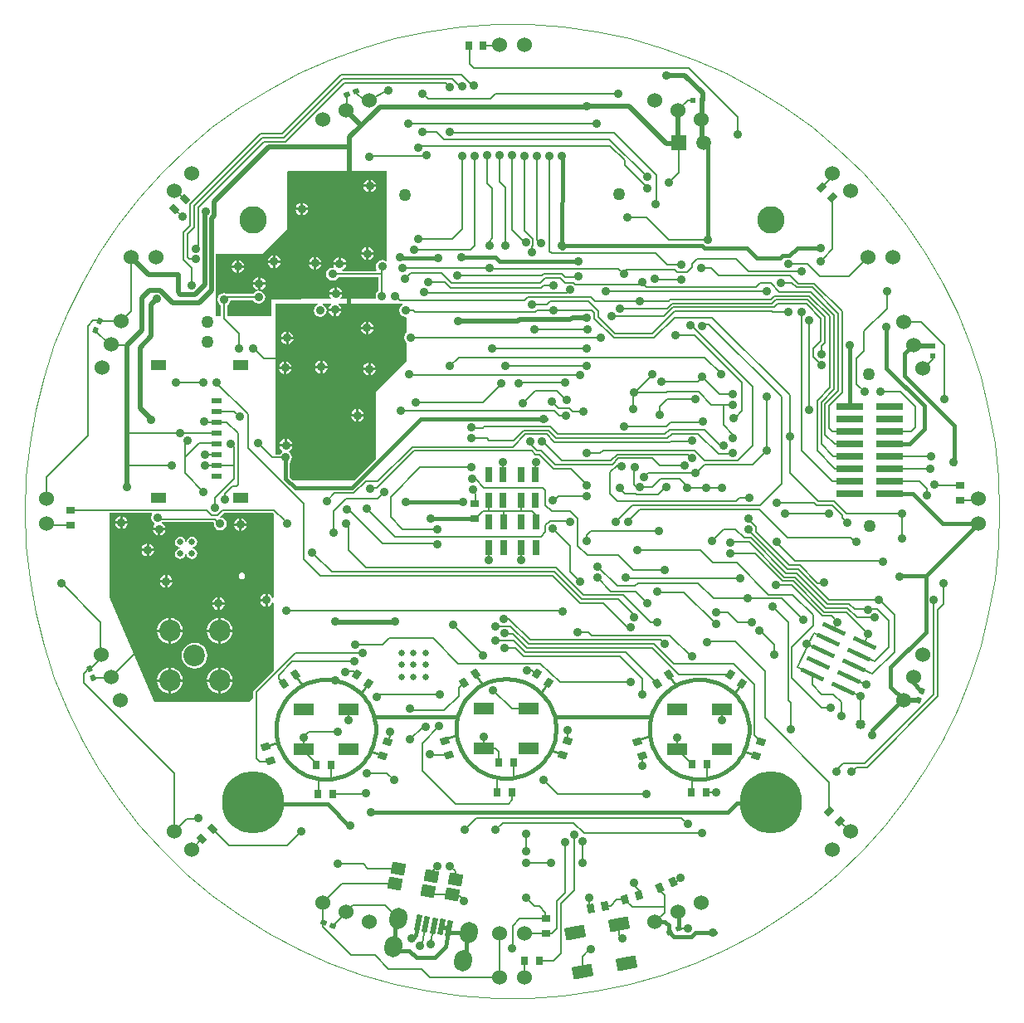
<source format=gtl>
%FSTAX23Y23*%
%MOIN*%
%SFA1B1*%

%IPPOS*%
%AMD12*
4,1,4,-0.019500,0.011100,-0.006000,-0.021600,0.019500,-0.011100,0.006000,0.021600,-0.019500,0.011100,0.0*
%
%AMD13*
4,1,4,-0.031500,-0.018000,0.022500,-0.028400,0.031500,0.018000,-0.022500,0.028400,-0.031500,-0.018000,0.0*
%
%AMD15*
4,1,4,0.016900,-0.014800,0.010200,0.020000,-0.016900,0.014800,-0.010200,-0.020000,0.016900,-0.014800,0.0*
%
%AMD19*
4,1,4,-0.021100,-0.007700,0.012600,-0.018600,0.021100,0.007700,-0.012600,0.018600,-0.021100,-0.007700,0.0*
%
%AMD20*
4,1,4,0.000800,-0.022400,0.021600,0.006200,-0.000800,0.022400,-0.021600,-0.006200,0.000800,-0.022400,0.0*
%
%AMD21*
4,1,4,0.021600,-0.006200,0.000800,0.022400,-0.021600,0.006200,-0.000800,-0.022400,0.021600,-0.006200,0.0*
%
%AMD22*
4,1,4,0.012600,0.018600,-0.021100,0.007700,-0.012600,-0.018600,0.021100,-0.007700,0.012600,0.018600,0.0*
%
%AMD24*
4,1,4,0.022300,-0.002800,-0.002800,0.022300,-0.022300,0.002800,0.002800,-0.022300,0.022300,-0.002800,0.0*
%
%AMD25*
4,1,4,0.041000,-0.028600,0.048200,-0.013000,-0.041000,0.028600,-0.048200,0.013000,0.041000,-0.028600,0.0*
%
%AMD26*
4,1,4,0.002800,0.022300,-0.022300,-0.002800,-0.002800,-0.022300,0.022300,0.002800,0.002800,0.022300,0.0*
%
%AMD27*
4,1,4,0.004500,-0.034000,0.016800,0.029900,-0.004500,0.034000,-0.016800,-0.029900,0.004500,-0.034000,0.0*
%
%AMD28*
4,1,4,-0.034600,-0.032100,0.044000,-0.017000,0.034600,0.032100,-0.044000,0.017000,-0.034600,-0.032100,0.0*
%
%AMD31*
4,1,4,-0.013600,-0.007200,0.004500,-0.014700,0.013600,0.007200,-0.004500,0.014700,-0.013600,-0.007200,0.0*
%
%AMD34*
4,1,4,-0.014700,0.004500,-0.007200,-0.013600,0.014700,-0.004500,0.007200,0.013600,-0.014700,0.004500,0.0*
%
%AMD35*
4,1,4,-0.004500,-0.014700,0.013600,-0.007200,0.004500,0.014700,-0.013600,0.007200,-0.004500,-0.014700,0.0*
%
%AMD36*
4,1,4,0.007200,-0.013600,0.014700,0.004500,-0.007200,0.013600,-0.014700,-0.004500,0.007200,-0.013600,0.0*
%
%AMD37*
4,1,4,-0.018300,0.013000,-0.008100,-0.020900,0.018300,-0.013000,0.008100,0.020900,-0.018300,0.013000,0.0*
%
%AMD41*
4,1,4,-0.022200,0.012500,-0.025300,0.003000,0.022200,-0.012500,0.025300,-0.003000,-0.022200,0.012500,0.0*
%
%AMD42*
4,1,4,-0.018700,-0.017300,-0.010600,-0.023200,0.018700,0.017300,0.010600,0.023200,-0.018700,-0.017300,0.0*
%
%AMD43*
4,1,4,0.010600,-0.023200,0.018700,-0.017300,-0.010600,0.023200,-0.018700,0.017300,0.010600,-0.023200,0.0*
%
%AMD44*
4,1,4,0.025300,0.003000,0.022200,0.012500,-0.025300,-0.003000,-0.022200,-0.012500,0.025300,0.003000,0.0*
%
%AMD50*
4,1,4,-0.033300,0.014400,-0.036200,-0.001000,0.033300,-0.014400,0.036200,0.001000,-0.033300,0.014400,0.0*
1,1,0.070900,-0.001500,-0.007700*
1,1,0.070900,0.001500,0.007700*
%
%ADD10C,0.015000*%
%ADD11R,0.035400X0.027600*%
G04~CAMADD=12~9~0.0~0.0~354.0~276.0~0.0~0.0~0~0.0~0.0~0.0~0.0~0~0.0~0.0~0.0~0.0~0~0.0~0.0~0.0~112.5~390.0~431.0*
%ADD12D12*%
G04~CAMADD=13~9~0.0~0.0~551.0~472.0~0.0~0.0~0~0.0~0.0~0.0~0.0~0~0.0~0.0~0.0~0.0~0~0.0~0.0~0.0~169.1~630.0~567.0*
%ADD13D13*%
%ADD14R,0.031500X0.059100*%
G04~CAMADD=15~9~0.0~0.0~354.0~276.0~0.0~0.0~0~0.0~0.0~0.0~0.0~0~0.0~0.0~0.0~0.0~0~0.0~0.0~0.0~280.9~338.0~399.0*
%ADD15D15*%
%ADD16R,0.041300X0.023600*%
%ADD17R,0.059100X0.041300*%
%ADD18R,0.027600X0.035400*%
G04~CAMADD=19~9~0.0~0.0~354.0~276.0~0.0~0.0~0~0.0~0.0~0.0~0.0~0~0.0~0.0~0.0~0.0~0~0.0~0.0~0.0~162.0~422.0~371.0*
%ADD19D19*%
G04~CAMADD=20~9~0.0~0.0~354.0~276.0~0.0~0.0~0~0.0~0.0~0.0~0.0~0~0.0~0.0~0.0~0.0~0~0.0~0.0~0.0~234.0~432.0~447.0*
%ADD20D20*%
G04~CAMADD=21~9~0.0~0.0~354.0~276.0~0.0~0.0~0~0.0~0.0~0.0~0.0~0~0.0~0.0~0.0~0.0~0~0.0~0.0~0.0~306.0~432.0~447.0*
%ADD21D21*%
G04~CAMADD=22~9~0.0~0.0~354.0~276.0~0.0~0.0~0~0.0~0.0~0.0~0.0~0~0.0~0.0~0.0~0.0~0~0.0~0.0~0.0~18.0~422.0~371.0*
%ADD22D22*%
%ADD23R,0.080000X0.050000*%
G04~CAMADD=24~9~0.0~0.0~354.0~276.0~0.0~0.0~0~0.0~0.0~0.0~0.0~0~0.0~0.0~0.0~0.0~0~0.0~0.0~0.0~315.0~446.0~445.0*
%ADD24D24*%
G04~CAMADD=25~9~0.0~0.0~173.0~984.0~0.0~0.0~0~0.0~0.0~0.0~0.0~0~0.0~0.0~0.0~0.0~0~0.0~0.0~0.0~245.0~964.0~571.0*
%ADD25D25*%
G04~CAMADD=26~9~0.0~0.0~354.0~276.0~0.0~0.0~0~0.0~0.0~0.0~0.0~0~0.0~0.0~0.0~0.0~0~0.0~0.0~0.0~45.0~446.0~445.0*
%ADD26D26*%
G04~CAMADD=27~9~0.0~0.0~650.0~217.0~0.0~0.0~0~0.0~0.0~0.0~0.0~0~0.0~0.0~0.0~0.0~0~0.0~0.0~0.0~259.1~336.0~679.0*
%ADD27D27*%
G04~CAMADD=28~9~0.0~0.0~800.0~500.0~0.0~0.0~0~0.0~0.0~0.0~0.0~0~0.0~0.0~0.0~0.0~0~0.0~0.0~0.0~190.9~880.0~641.0*
%ADD28D28*%
%ADD29R,0.110000X0.029100*%
%ADD30C,0.040000*%
G04~CAMADD=31~9~0.0~0.0~197.0~236.0~0.0~0.0~0~0.0~0.0~0.0~0.0~0~0.0~0.0~0.0~0.0~0~0.0~0.0~0.0~157.5~272.0~293.0*
%ADD31D31*%
%ADD32R,0.019700X0.023600*%
%ADD33R,0.023600X0.019700*%
G04~CAMADD=34~9~0.0~0.0~197.0~236.0~0.0~0.0~0~0.0~0.0~0.0~0.0~0~0.0~0.0~0.0~0.0~0~0.0~0.0~0.0~112.5~294.0~271.0*
%ADD34D34*%
G04~CAMADD=35~9~0.0~0.0~197.0~236.0~0.0~0.0~0~0.0~0.0~0.0~0.0~0~0.0~0.0~0.0~0.0~0~0.0~0.0~0.0~202.5~272.0~293.0*
%ADD35D35*%
G04~CAMADD=36~9~0.0~0.0~197.0~236.0~0.0~0.0~0~0.0~0.0~0.0~0.0~0~0.0~0.0~0.0~0.0~0~0.0~0.0~0.0~247.5~294.0~271.0*
%ADD36D36*%
G04~CAMADD=37~9~0.0~0.0~354.0~276.0~0.0~0.0~0~0.0~0.0~0.0~0.0~0~0.0~0.0~0.0~0.0~0~0.0~0.0~0.0~106.7~366.0~417.0*
%ADD37D37*%
%ADD38C,0.020000*%
%ADD39C,0.008000*%
%ADD40C,0.007900*%
G04~CAMADD=41~9~0.0~0.0~100.0~500.0~0.0~0.0~0~0.0~0.0~0.0~0.0~0~0.0~0.0~0.0~0.0~0~0.0~0.0~0.0~72.0~506.0~249.0*
%ADD41D41*%
G04~CAMADD=42~9~0.0~0.0~100.0~500.0~0.0~0.0~0~0.0~0.0~0.0~0.0~0~0.0~0.0~0.0~0.0~0~0.0~0.0~0.0~144.0~374.0~463.0*
%ADD42D42*%
G04~CAMADD=43~9~0.0~0.0~100.0~500.0~0.0~0.0~0~0.0~0.0~0.0~0.0~0~0.0~0.0~0.0~0.0~0~0.0~0.0~0.0~216.0~374.0~463.0*
%ADD43D43*%
G04~CAMADD=44~9~0.0~0.0~100.0~500.0~0.0~0.0~0~0.0~0.0~0.0~0.0~0~0.0~0.0~0.0~0.0~0~0.0~0.0~0.0~288.0~506.0~249.0*
%ADD44D44*%
%ADD45R,0.010000X0.050000*%
%ADD46C,0.003000*%
%ADD47C,0.060000*%
%ADD48C,0.050000*%
%ADD49C,0.086600*%
G04~CAMADD=50~3~0.0~0.0~866.0~709.0~0.0~0.0~0~0.0~0.0~0.0~0.0~0~0.0~0.0~0.0~0.0~0~0.0~0.0~0.0~79.1~736.0~860.0*
%ADD50D50*%
%ADD51C,0.059100*%
%ADD52R,0.059100X0.059100*%
%ADD53C,0.035000*%
%ADD54C,0.026000*%
%ADD55C,0.250000*%
%ADD56C,0.110000*%
%LNronecpuboard-v9-1*%
%LPD*%
G36*
X03042Y03988D02*
Y03652D01*
X03037Y03651*
X03031Y0366*
X03022Y03666*
X03018Y03667*
Y03642*
Y03617*
X03022Y03618*
X03031Y03623*
X03037Y03632*
X03042Y03631*
Y03361*
X02962Y03281*
X02959Y03277*
X02958Y03273*
Y0325*
X02942Y03234*
X02564*
X02382Y03654*
Y03992*
X02551*
X02553Y03987*
X02552Y03985*
X0255Y03975*
X02552Y03965*
X02557Y03956*
X02564Y03952*
Y03947*
X02563Y03946*
X02558Y03937*
X02557Y03933*
X02607*
X02606Y03937*
X026Y03946*
X02591Y03952*
X02591Y03954*
X02593Y03956*
X02798*
X02801Y03952*
X02801Y03949*
X02803Y03939*
X02808Y0393*
X02817Y03925*
X02827Y03923*
X02837Y03925*
X02845Y0393*
X02851Y03939*
X02853Y03949*
X02851Y03959*
X02845Y03967*
X02837Y03973*
X02827Y03975*
X02842Y03992*
X03038*
X03042Y03988*
G37*
G36*
X03497Y05006D02*
X03492Y05003D01*
X03488Y05007*
X03478Y05009*
X03468Y05007*
X03459Y05001*
X03454Y04992*
X03452Y04983*
X03454Y04973*
X03456Y04969*
X03453Y04965*
X03318*
X03317Y0497*
X03325Y04975*
X03331Y04984*
X03332Y04989*
X03282*
X03283Y04984*
X03284Y04981*
X03282Y04977*
X03278Y04978*
X03268Y04976*
X03259Y0497*
X03254Y04961*
X03252Y04952*
X03254Y04942*
X03259Y04933*
X03268Y04928*
X03278Y04926*
X03288Y04928*
X03296Y04933*
X03301Y0494*
X03464*
Y04887*
X03458Y04883*
X03453Y04874*
X03451Y04865*
X03452Y04856*
X03449Y04852*
X03312Y04852*
X0331Y04856*
X03315Y04864*
X03316Y04869*
X03266*
X03267Y04864*
X03272Y04856*
X03269Y04852*
X03031Y04851*
X03032Y04786*
X03028Y04783*
X02855*
Y04828*
X02861Y04832*
X02867Y04841*
X02868Y04847*
X02959*
X02963Y04841*
X02972Y04836*
X02982Y04834*
X02992Y04836*
X03Y04841*
X03006Y0485*
X03008Y0486*
X03006Y04869*
X03Y04878*
X02992Y04884*
X02983Y04885*
X02984Y04888*
X02979Y04889*
Y04909*
X02959*
X0296Y04904*
X02965Y04895*
X02974Y0489*
X02975Y04889*
Y04884*
X02972Y04884*
X02963Y04878*
X02959Y04872*
X02857*
X02853Y04875*
X02843Y04877*
X02833Y04875*
X02824Y04869*
X02819Y0486*
X02817Y04851*
X02819Y04841*
X02824Y04832*
X0283Y04828*
Y04783*
X02808*
Y05034*
X03*
X03095Y05135*
X03095Y05363*
X03098Y05367*
X03497*
Y05006*
G37*
G36*
X03545Y04834D02*
X0355Y04833D01*
X03558*
X0356Y04829*
X03554Y04825*
X03549Y04816*
X03547Y04807*
X03549Y04797*
X03554Y04788*
X03563Y04783*
X03573Y04781*
X03576Y04777*
X03576Y04717*
X03574Y04716*
X03569Y04708*
X03567Y04698*
X03569Y04688*
X03574Y04679*
X03576Y04678*
X03577Y04603*
X03452Y04479*
Y0421*
X03366Y04125*
X03117*
X03105Y04136*
Y04195*
X03108Y04197*
X03114Y04206*
X03116Y04216*
X03114Y04225*
X03108Y04234*
X031Y0424*
X03101Y04241*
X03109Y04246*
X03115Y04255*
X03116Y0426*
X03066*
X03067Y04255*
X03072Y04246*
X03077Y04243*
Y04238*
X03071Y04234*
X03067Y04228*
X03048*
Y04835*
X03218*
X03219Y0483*
X03219*
X0321Y04824*
X03205Y04815*
X03203Y04806*
X03205Y04796*
X0321Y04787*
X03219Y04782*
X03229Y0478*
X03239Y04782*
X03247Y04787*
X03253Y04796*
X03255Y04806*
X03253Y04815*
X03247Y04824*
X03239Y0483*
X03238*
X03239Y04835*
X03272*
X03273Y0483*
X03269Y04827*
X03264Y04819*
X03263Y04814*
X03313*
X03312Y04819*
X03306Y04827*
X03302Y0483*
X03303Y04835*
X03544*
X03545Y04834*
G37*
%LNronecpuboard-v9-2*%
%LPC*%
G36*
X02577Y03923D02*
X02557D01*
X02558Y03918*
X02563Y03909*
X02572Y03904*
X02577Y03903*
Y03923*
G37*
G36*
X02713Y03898D02*
X02705Y03896D01*
X02698Y03891*
X02693Y03884*
X02692Y03878*
X02687*
X02687Y03878*
X02686Y03884*
X02681Y03891*
X02674Y03896*
X02666Y03898*
X02658Y03896*
X02651Y03891*
X02646Y03884*
X02645Y03876*
X02646Y03868*
X02651Y03861*
X02658Y03856*
X02663Y03855*
X02665Y03855*
Y0385*
X02658Y03849*
X02651Y03844*
X02646Y03837*
X02645Y03829*
X02646Y03821*
X02651Y03814*
X02658Y03809*
X02666Y03808*
X02674Y03809*
X02681Y03814*
X02686Y03821*
X02687Y03828*
X02692*
X02693Y03821*
X02698Y03814*
X02705Y03809*
X02713Y03808*
X02721Y03809*
X02728Y03814*
X02733Y03821*
X02735Y03829*
X02733Y03837*
X02728Y03844*
X02721Y03849*
X02715Y0385*
Y03855*
X02716Y03855*
X02721Y03856*
X02728Y03861*
X02733Y03868*
X02735Y03876*
X02733Y03884*
X02728Y03891*
X02721Y03896*
X02713Y03898*
G37*
G36*
X02541Y03869D02*
Y03849D01*
X02561*
X0256Y03854*
X02554Y03862*
X02545Y03868*
X02541Y03869*
G37*
G36*
X02934Y03941D02*
X02914D01*
Y03921*
X02919Y03922*
X02927Y03927*
X02933Y03936*
X02934Y03941*
G37*
G36*
X02904D02*
X02884D01*
X02885Y03936*
X0289Y03927*
X02899Y03922*
X02904Y03921*
Y03941*
G37*
G36*
X02607Y03923D02*
X02587D01*
Y03903*
X02591Y03904*
X026Y03909*
X02606Y03918*
X02607Y03923*
G37*
G36*
X02531Y03839D02*
X02511D01*
X02512Y03834*
X02517Y03825*
X02526Y0382*
X02531Y03819*
Y03839*
G37*
G36*
X02915Y03754D02*
X02914D01*
X02909Y03753*
X02905Y0375*
X02902Y03746*
X02901Y03742*
Y0374*
X02902Y03735*
X02905Y03731*
X02909Y03728*
X02914Y03727*
X02918Y03728*
X02922Y03731*
X02925Y03735*
X02925Y03736*
X02926Y03737*
X02927Y03742*
X02926Y03746*
X02923Y0375*
X02919Y03753*
X02915Y03754*
G37*
G36*
X02615Y03743D02*
Y03723D01*
X02635*
X02634Y03728*
X02628Y03736*
X0262Y03742*
X02615Y03743*
G37*
G36*
X03421Y04566D02*
X03401D01*
X03402Y04561*
X03407Y04552*
X03416Y04547*
X03421Y04546*
Y04566*
G37*
G36*
X02531Y03869D02*
X02526Y03868D01*
X02517Y03862*
X02512Y03854*
X02511Y03849*
X02531*
Y03869*
G37*
G36*
X02561Y03839D02*
X02541D01*
Y03819*
X02545Y0382*
X02554Y03825*
X0256Y03834*
X02561Y03839*
G37*
G36*
X03086Y0429D02*
X03081Y04289D01*
X03072Y04283*
X03067Y04275*
X03066Y0427*
X03086*
Y0429*
G37*
G36*
X02435Y03979D02*
Y03959D01*
X02455*
X02454Y03963*
X02448Y03972*
X02439Y03978*
X02435Y03979*
G37*
G36*
X02425D02*
X0242Y03978D01*
X02411Y03972*
X02406Y03963*
X02405Y03959*
X02425*
Y03979*
G37*
G36*
X03404Y0438D02*
X03384D01*
Y0436*
X03389Y04361*
X03397Y04366*
X03403Y04375*
X03404Y0438*
G37*
G36*
X03374D02*
X03354D01*
X03355Y04375*
X0336Y04366*
X03369Y04361*
X03374Y0436*
Y0438*
G37*
G36*
X03096Y0429D02*
Y0427D01*
X03116*
X03115Y04275*
X03109Y04283*
X03101Y04289*
X03096Y0429*
G37*
G36*
X02425Y03949D02*
X02405D01*
X02406Y03944*
X02411Y03935*
X0242Y0393*
X02425Y03929*
Y03949*
G37*
G36*
X03374Y0441D02*
X03369Y04409D01*
X0336Y04403*
X03355Y04394*
X03354Y0439*
X03374*
Y0441*
G37*
G36*
X03384D02*
Y0439D01*
X03404*
X03403Y04394*
X03397Y04403*
X03389Y04409*
X03384Y0441*
G37*
G36*
X02914Y03971D02*
Y03951D01*
X02934*
X02933Y03956*
X02927Y03964*
X02919Y0397*
X02914Y03971*
G37*
G36*
X02904D02*
X02899Y0397D01*
X0289Y03964*
X02885Y03956*
X02884Y03951*
X02904*
Y03971*
G37*
G36*
X02455Y03949D02*
X02435D01*
Y03929*
X02439Y0393*
X02448Y03935*
X02454Y03944*
X02455Y03949*
G37*
G36*
X0262Y03515D02*
X02573D01*
X02575Y03506*
X0258Y03494*
X02588Y03483*
X02599Y03475*
X02611Y0347*
X0262Y03468*
Y03515*
G37*
G36*
X02724Y03471D02*
X02711Y0347D01*
X02698Y03464*
X02688Y03456*
X02679Y03445*
X02674Y03433*
X02672Y0342*
X02674Y03406*
X02679Y03394*
X02688Y03383*
X02698Y03375*
X02711Y0337*
X02724Y03368*
X02738Y0337*
X0275Y03375*
X02761Y03383*
X02769Y03394*
X02774Y03406*
X02776Y0342*
X02774Y03433*
X02769Y03445*
X02761Y03456*
X0275Y03464*
X02738Y0347*
X02724Y03471*
G37*
G36*
X0283Y03371D02*
Y03325D01*
X02876*
X02875Y03333*
X02869Y03345*
X02861Y03356*
X0285Y03364*
X02838Y0337*
X0283Y03371*
G37*
G36*
X02876Y03515D02*
X0283D01*
Y03468*
X02838Y0347*
X0285Y03475*
X02861Y03483*
X02869Y03494*
X02875Y03506*
X02876Y03515*
G37*
G36*
X0282D02*
X02773D01*
X02775Y03506*
X0278Y03494*
X02788Y03483*
X02799Y03475*
X02811Y0347*
X0282Y03468*
Y03515*
G37*
G36*
X02676D02*
X0263D01*
Y03468*
X02638Y0347*
X0265Y03475*
X02661Y03483*
X02669Y03494*
X02675Y03506*
X02676Y03515*
G37*
G36*
X0282Y03371D02*
X02811Y0337D01*
X02799Y03364*
X02788Y03356*
X0278Y03345*
X02775Y03333*
X02773Y03325*
X0282*
Y03371*
G37*
G36*
Y03315D02*
X02773D01*
X02775Y03306*
X0278Y03294*
X02788Y03283*
X02799Y03275*
X02811Y0327*
X0282Y03268*
Y03315*
G37*
G36*
X02676D02*
X0263D01*
Y03268*
X02638Y0327*
X0265Y03275*
X02661Y03283*
X02669Y03294*
X02675Y03306*
X02676Y03315*
G37*
G36*
X0262D02*
X02573D01*
X02575Y03306*
X0258Y03294*
X02588Y03283*
X02599Y03275*
X02611Y0327*
X0262Y03268*
Y03315*
G37*
G36*
X0263Y03371D02*
Y03325D01*
X02676*
X02675Y03333*
X02669Y03345*
X02661Y03356*
X0265Y03364*
X02638Y0337*
X0263Y03371*
G37*
G36*
X0262D02*
X02611Y0337D01*
X02599Y03364*
X02588Y03356*
X0258Y03345*
X02575Y03333*
X02573Y03325*
X0262*
Y03371*
G37*
G36*
X02876Y03315D02*
X0283D01*
Y03268*
X02838Y0327*
X0285Y03275*
X02861Y03283*
X02869Y03294*
X02875Y03306*
X02876Y03315*
G37*
G36*
X03008Y03667D02*
X03003Y03666D01*
X02994Y0366*
X02989Y03651*
X02988Y03647*
X03008*
Y03667*
G37*
G36*
X02825Y03654D02*
Y03634D01*
X02845*
X02844Y03639*
X02838Y03647*
X0283Y03653*
X02825Y03654*
G37*
G36*
X02815D02*
X0281Y03653D01*
X02801Y03647*
X02796Y03639*
X02795Y03634*
X02815*
Y03654*
G37*
G36*
X02605Y03743D02*
X026Y03742D01*
X02591Y03736*
X02586Y03728*
X02585Y03723*
X02605*
Y03743*
G37*
G36*
X02635Y03713D02*
X02615D01*
Y03693*
X0262Y03694*
X02628Y03699*
X02634Y03708*
X02635Y03713*
G37*
G36*
X02605D02*
X02585D01*
X02586Y03708*
X02591Y03699*
X026Y03694*
X02605Y03693*
Y03713*
G37*
G36*
X03008Y03637D02*
X02988D01*
X02989Y03632*
X02994Y03623*
X03003Y03618*
X03008Y03617*
Y03637*
G37*
G36*
X0282Y03571D02*
X02811Y0357D01*
X02799Y03564*
X02788Y03556*
X0278Y03545*
X02775Y03533*
X02773Y03525*
X0282*
Y03571*
G37*
G36*
X0263D02*
Y03525D01*
X02676*
X02675Y03533*
X02669Y03545*
X02661Y03556*
X0265Y03564*
X02638Y0357*
X0263Y03571*
G37*
G36*
X0262D02*
X02611Y0357D01*
X02599Y03564*
X02588Y03556*
X0258Y03545*
X02575Y03533*
X02573Y03525*
X0262*
Y03571*
G37*
G36*
X02845Y03624D02*
X02825D01*
Y03604*
X0283Y03605*
X02838Y0361*
X02844Y03619*
X02845Y03624*
G37*
G36*
X02815D02*
X02795D01*
X02796Y03619*
X02801Y0361*
X0281Y03605*
X02815Y03604*
Y03624*
G37*
G36*
X0283Y03571D02*
Y03525D01*
X02876*
X02875Y03533*
X02869Y03545*
X02861Y03556*
X0285Y03564*
X02838Y0357*
X0283Y03571*
G37*
G36*
X03451Y04566D02*
X03431D01*
Y04546*
X03436Y04547*
X03444Y04552*
X0345Y04561*
X03451Y04566*
G37*
G36*
X03312Y05019D02*
Y04999D01*
X03332*
X03331Y05004*
X03325Y05012*
X03317Y05018*
X03312Y05019*
G37*
G36*
X03302D02*
X03297Y05018D01*
X03288Y05012*
X03283Y05004*
X03282Y04999*
X03302*
Y05019*
G37*
G36*
X02904Y05008D02*
Y04988D01*
X02924*
X02923Y04992*
X02917Y05001*
X02909Y05007*
X02904Y05008*
G37*
G36*
X03039Y05027D02*
X03034Y05026D01*
X03026Y0502*
X0302Y05012*
X03019Y05007*
X03039*
Y05027*
G37*
G36*
X03214Y05021D02*
Y05001D01*
X03234*
X03233Y05005*
X03227Y05014*
X03219Y0502*
X03214Y05021*
G37*
G36*
X03204D02*
X03199Y0502D01*
X0319Y05014*
X03185Y05005*
X03184Y05001*
X03204*
Y05021*
G37*
G36*
X03234Y04991D02*
X03214D01*
Y04971*
X03219Y04972*
X03227Y04977*
X03233Y04986*
X03234Y04991*
G37*
G36*
X03204D02*
X03184D01*
X03185Y04986*
X0319Y04977*
X03199Y04972*
X03204Y04971*
Y04991*
G37*
G36*
X02924Y04978D02*
X02904D01*
Y04958*
X02909Y04959*
X02917Y04964*
X02923Y04973*
X02924Y04978*
G37*
G36*
X02894Y05008D02*
X02889Y05007D01*
X0288Y05001*
X02875Y04992*
X02874Y04988*
X02894*
Y05008*
G37*
G36*
X03069Y04997D02*
X03049D01*
Y04977*
X03054Y04978*
X03063Y04983*
X03068Y04992*
X03069Y04997*
G37*
G36*
X03039D02*
X03019D01*
X0302Y04992*
X03026Y04983*
X03034Y04978*
X03039Y04977*
Y04997*
G37*
G36*
X03049Y05027D02*
Y05007D01*
X03069*
X03068Y05012*
X03063Y0502*
X03054Y05026*
X03049Y05027*
G37*
G36*
X03423Y05302D02*
X03403D01*
X03404Y05297*
X03409Y05288*
X03418Y05283*
X03423Y05282*
Y05302*
G37*
G36*
X0316Y05239D02*
Y05219D01*
X0318*
X03179Y05223*
X03173Y05232*
X03164Y05238*
X0316Y05239*
G37*
G36*
X0315D02*
X03145Y05238D01*
X03136Y05232*
X03131Y05223*
X0313Y05219*
X0315*
Y05239*
G37*
G36*
X03433Y05332D02*
Y05312D01*
X03453*
X03452Y05316*
X03446Y05325*
X03437Y05331*
X03433Y05332*
G37*
G36*
X03423D02*
X03418Y05331D01*
X03409Y05325*
X03404Y05316*
X03403Y05312*
X03423*
Y05332*
G37*
G36*
X03453Y05302D02*
X03433D01*
Y05282*
X03437Y05283*
X03446Y05288*
X03452Y05297*
X03453Y05302*
G37*
G36*
X03414Y0506D02*
X03409Y05059D01*
X034Y05053*
X03395Y05045*
X03394Y0504*
X03414*
Y0506*
G37*
G36*
X03444Y0503D02*
X03424D01*
Y0501*
X03429Y05011*
X03437Y05016*
X03443Y05025*
X03444Y0503*
G37*
G36*
X03414D02*
X03394D01*
X03395Y05025*
X034Y05016*
X03409Y05011*
X03414Y0501*
Y0503*
G37*
G36*
X0318Y05209D02*
X0316D01*
Y05189*
X03164Y0519*
X03173Y05195*
X03179Y05204*
X0318Y05209*
G37*
G36*
X0315D02*
X0313D01*
X03131Y05204*
X03136Y05195*
X03145Y0519*
X0315Y05189*
Y05209*
G37*
G36*
X03424Y0506D02*
Y0504D01*
X03444*
X03443Y05045*
X03437Y05053*
X03429Y05059*
X03424Y0506*
G37*
G36*
X02894Y04978D02*
X02874D01*
X02875Y04973*
X0288Y04964*
X02889Y04959*
X02894Y04958*
Y04978*
G37*
G36*
X03228Y04604D02*
X03223Y04603D01*
X03214Y04597*
X03209Y04589*
X03208Y04584*
X03228*
Y04604*
G37*
G36*
X03094Y04601D02*
Y04581D01*
X03114*
X03113Y04585*
X03107Y04594*
X03098Y046*
X03094Y04601*
G37*
G36*
X03084D02*
X03079Y046D01*
X0307Y04594*
X03065Y04585*
X03064Y04581*
X03084*
Y04601*
G37*
G36*
X03121Y04691D02*
X03101D01*
Y04671*
X03106Y04672*
X03114Y04677*
X0312Y04686*
X03121Y04691*
G37*
G36*
X03091D02*
X03071D01*
X03072Y04686*
X03077Y04677*
X03086Y04672*
X03091Y04671*
Y04691*
G37*
G36*
X03238Y04604D02*
Y04584D01*
X03258*
X03257Y04589*
X03251Y04597*
X03242Y04603*
X03238Y04604*
G37*
G36*
X03228Y04574D02*
X03208D01*
X03209Y04569*
X03214Y0456*
X03223Y04555*
X03228Y04554*
Y04574*
G37*
G36*
X03114Y04571D02*
X03094D01*
Y04551*
X03098Y04552*
X03107Y04557*
X03113Y04566*
X03114Y04571*
G37*
G36*
X03084D02*
X03064D01*
X03065Y04566*
X0307Y04557*
X03079Y04552*
X03084Y04551*
Y04571*
G37*
G36*
X03431Y04596D02*
Y04576D01*
X03451*
X0345Y0458*
X03444Y04589*
X03436Y04595*
X03431Y04596*
G37*
G36*
X03421D02*
X03416Y04595D01*
X03407Y04589*
X03402Y0458*
X03401Y04576*
X03421*
Y04596*
G37*
G36*
X03258Y04574D02*
X03238D01*
Y04554*
X03242Y04555*
X03251Y0456*
X03257Y04569*
X03258Y04574*
G37*
G36*
X03091Y04721D02*
X03086Y0472D01*
X03077Y04714*
X03072Y04705*
X03071Y04701*
X03091*
Y04721*
G37*
G36*
X03296Y04899D02*
Y04879D01*
X03316*
X03315Y04884*
X03309Y04892*
X03301Y04898*
X03296Y04899*
G37*
G36*
X03286D02*
X03281Y04898D01*
X03272Y04892*
X03267Y04884*
X03266Y04879*
X03286*
Y04899*
G37*
G36*
X03313Y04804D02*
X03293D01*
Y04784*
X03298Y04785*
X03306Y0479*
X03312Y04799*
X03313Y04804*
G37*
G36*
X02989Y04939D02*
Y04919D01*
X03009*
X03008Y04924*
X03002Y04932*
X02993Y04938*
X02989Y04939*
G37*
G36*
X02979D02*
X02974Y04938D01*
X02965Y04932*
X0296Y04924*
X02959Y04919*
X02979*
Y04939*
G37*
G36*
X03009Y04909D02*
X02989D01*
Y04889*
X02993Y0489*
X03002Y04895*
X03008Y04904*
X03009Y04909*
G37*
G36*
X03442Y04731D02*
X03422D01*
Y04711*
X03426Y04712*
X03435Y04717*
X03441Y04726*
X03442Y04731*
G37*
G36*
X03412D02*
X03392D01*
X03393Y04726*
X03398Y04717*
X03407Y04712*
X03412Y04711*
Y04731*
G37*
G36*
X03101Y04721D02*
Y04701D01*
X03121*
X0312Y04705*
X03114Y04714*
X03106Y0472*
X03101Y04721*
G37*
G36*
X03283Y04804D02*
X03263D01*
X03264Y04799*
X03269Y0479*
X03278Y04785*
X03283Y04784*
Y04804*
G37*
G36*
X03422Y04761D02*
Y04741D01*
X03442*
X03441Y04746*
X03435Y04754*
X03426Y0476*
X03422Y04761*
G37*
G36*
X03412D02*
X03407Y0476D01*
X03398Y04754*
X03393Y04746*
X03392Y04741*
X03412*
Y04761*
G37*
%LNronecpuboard-v9-3*%
%LPD*%
G54D10*
X04952Y03124D02*
D01*
X04951Y03137*
X0495Y03151*
X04947Y03165*
X04944Y03179*
X04939Y03192*
X04934Y03205*
X04928Y03217*
X04921Y03229*
X04913Y03241*
X04905Y03252*
X04895Y03262*
X04885Y03272*
X04875Y03281*
X04863Y03289*
X04852Y03297*
X04839Y03303*
X04826Y03309*
X04813Y03314*
X048Y03318*
X04786Y0332*
X04772Y03322*
X04758Y03323*
X04745*
X04731Y03322*
X04717Y0332*
X04703Y03318*
X0469Y03314*
X04677Y03309*
X04664Y03303*
X04652Y03297*
X0464Y03289*
X04628Y03281*
X04618Y03272*
X04608Y03262*
X04598Y03252*
X0459Y03241*
X04582Y03229*
X04575Y03217*
X04569Y03205*
X04564Y03192*
X04559Y03179*
X04556Y03165*
X04553Y03151*
X04552Y03137*
X04552Y03124*
X04952D02*
D01*
X04951Y03137*
X0495Y03151*
X04947Y03165*
X04944Y03179*
X04939Y03192*
X04934Y03205*
X04928Y03217*
X04921Y03229*
X04913Y03241*
X04905Y03252*
X04895Y03262*
X04885Y03272*
X04875Y03281*
X04863Y03289*
X04852Y03297*
X04839Y03303*
X04826Y03309*
X04813Y03314*
X048Y03318*
X04786Y0332*
X04772Y03322*
X04758Y03323*
X04745*
X04731Y03322*
X04717Y0332*
X04703Y03318*
X0469Y03314*
X04677Y03309*
X04664Y03303*
X04652Y03297*
X0464Y03289*
X04628Y03281*
X04618Y03272*
X04608Y03262*
X04598Y03252*
X0459Y03241*
X04582Y03229*
X04575Y03217*
X04569Y03205*
X04564Y03192*
X04559Y03179*
X04556Y03165*
X04553Y03151*
X04552Y03137*
X04552Y03124*
X04552Y0311*
X04553Y03096*
X04556Y03082*
X04559Y03068*
X04564Y03055*
X04569Y03042*
X04575Y0303*
X04582Y03018*
X0459Y03006*
X04598Y02995*
X04608Y02985*
X04618Y02975*
X04628Y02966*
X0464Y02958*
X04652Y0295*
X04664Y02944*
X04677Y02938*
X0469Y02933*
X04703Y02929*
X04717Y02927*
X04731Y02925*
X04745Y02924*
X04758*
X04772Y02925*
X04786Y02927*
X048Y02929*
X04813Y02933*
X04826Y02938*
X04839Y02944*
X04852Y0295*
X04863Y02958*
X04875Y02966*
X04885Y02975*
X04895Y02985*
X04905Y02995*
X04913Y03006*
X04921Y03018*
X04928Y0303*
X04934Y03042*
X04939Y03055*
X04944Y03068*
X04947Y03082*
X0495Y03096*
X04951Y0311*
X04952Y03124*
X03452D02*
D01*
X03451Y03137*
X0345Y03151*
X03447Y03165*
X03444Y03179*
X03439Y03192*
X03434Y03205*
X03428Y03217*
X03421Y03229*
X03413Y03241*
X03405Y03252*
X03395Y03262*
X03385Y03272*
X03375Y03281*
X03363Y03289*
X03352Y03297*
X03339Y03303*
X03326Y03309*
X03313Y03314*
X033Y03318*
X03286Y0332*
X03272Y03322*
X03258Y03323*
X03245*
X03231Y03322*
X03217Y0332*
X03203Y03318*
X0319Y03314*
X03177Y03309*
X03164Y03303*
X03151Y03297*
X0314Y03289*
X03128Y03281*
X03118Y03272*
X03108Y03262*
X03098Y03252*
X0309Y03241*
X03082Y03229*
X03075Y03217*
X03069Y03205*
X03064Y03192*
X03059Y03179*
X03056Y03165*
X03053Y03151*
X03052Y03137*
X03052Y03124*
X03052Y0311*
X03053Y03096*
X03056Y03082*
X03059Y03068*
X03064Y03055*
X03069Y03042*
X03075Y0303*
X03082Y03018*
X0309Y03006*
X03098Y02995*
X03108Y02985*
X03118Y02975*
X03128Y02966*
X0314Y02958*
X03152Y0295*
X03164Y02944*
X03177Y02938*
X0319Y02933*
X03203Y02929*
X03217Y02927*
X03231Y02925*
X03245Y02924*
X03258*
X03272Y02925*
X03286Y02927*
X033Y02929*
X03313Y02933*
X03326Y02938*
X03339Y02944*
X03352Y0295*
X03363Y02958*
X03375Y02966*
X03385Y02975*
X03395Y02985*
X03405Y02995*
X03413Y03006*
X03421Y03018*
X03428Y0303*
X03434Y03042*
X03439Y03055*
X03444Y03068*
X03447Y03082*
X0345Y03096*
X03451Y0311*
X03452Y03124*
X04176Y03127D02*
D01*
X04175Y0314*
X04174Y03154*
X04171Y03168*
X04168Y03182*
X04163Y03195*
X04158Y03208*
X04152Y0322*
X04145Y03232*
X04137Y03244*
X04129Y03255*
X04119Y03265*
X04109Y03275*
X04099Y03284*
X04087Y03292*
X04076Y033*
X04063Y03306*
X0405Y03312*
X04037Y03317*
X04024Y03321*
X0401Y03323*
X03996Y03325*
X03982Y03326*
X03969*
X03955Y03325*
X03941Y03323*
X03927Y03321*
X03914Y03317*
X03901Y03312*
X03888Y03306*
X03876Y033*
X03864Y03292*
X03852Y03284*
X03842Y03275*
X03832Y03265*
X03822Y03255*
X03814Y03244*
X03806Y03232*
X03799Y0322*
X03793Y03208*
X03788Y03195*
X03783Y03182*
X0378Y03168*
X03777Y03154*
X03776Y0314*
X03776Y03127*
X03776Y03113*
X03777Y03099*
X0378Y03085*
X03783Y03071*
X03788Y03058*
X03793Y03045*
X03799Y03033*
X03806Y03021*
X03814Y03009*
X03822Y02998*
X03832Y02988*
X03842Y02978*
X03852Y02969*
X03864Y02961*
X03876Y02953*
X03888Y02947*
X03901Y02941*
X03914Y02936*
X03927Y02932*
X03941Y0293*
X03955Y02928*
X03969Y02927*
X03982*
X03996Y02928*
X0401Y0293*
X04024Y02932*
X04037Y02936*
X0405Y02941*
X04063Y02947*
X04076Y02953*
X04087Y02961*
X04099Y02969*
X04109Y02978*
X04119Y02988*
X04129Y02998*
X04137Y03009*
X04145Y03021*
X04152Y03033*
X04158Y03045*
X04163Y03058*
X04168Y03071*
X04171Y03085*
X04174Y03099*
X04175Y03113*
X04176Y03127*
X04211Y05067D02*
X04762D01*
X04773Y05056D02*
X04941D01*
X04762Y05067D02*
X04773Y05056D01*
X04941D02*
X04981Y05016D01*
X04201Y05057D02*
X04211Y05067D01*
X0477Y0548D02*
X04785Y05465D01*
Y05091D02*
Y05465D01*
X04784Y0509D02*
X04785Y05091D01*
X05075Y05016D02*
X05086Y05027D01*
X04981Y05016D02*
X05075D01*
X05145Y05058D02*
X05238D01*
X05114Y05027D02*
X05145Y05058D01*
X05086Y05027D02*
X05114D01*
X042Y05058D02*
X04201Y05057D01*
X03128Y04092D02*
X03356D01*
X0309Y0413D02*
X03128Y04092D01*
X0309Y0413D02*
Y04216D01*
X03356Y04092D02*
X03634Y0437D01*
X03948Y05002D02*
X04255D01*
X03932Y05019D02*
X03948Y05002D01*
X03797Y05019D02*
X03932D01*
X03434Y02791D02*
X04865D01*
X05446Y03099D02*
Y03119D01*
X05569Y03242*
X05518Y03295D02*
X05571Y03242D01*
X05518Y03295D02*
Y03372D01*
X05661Y03515*
X03634Y0437D02*
X04135D01*
X04668Y02329D02*
Y0239D01*
X0296Y0283D02*
X02966Y02824D01*
X03259*
X03347Y02735*
X04901Y02827D02*
X05026D01*
X04865Y02791D02*
X04901Y02827D01*
X03523Y02341D02*
X0353Y02348D01*
Y02239D02*
Y02348D01*
X0369Y02207D02*
X03734Y02251D01*
X03746Y02307D02*
Y02323D01*
X03746Y02322D02*
X03746Y02323D01*
X03734Y02251D02*
X03746Y02322D01*
X03715Y02329D02*
X03744Y02323D01*
X03815Y02206D02*
Y02307D01*
X03746D02*
X03815D01*
X03601Y02284D02*
X03613Y02296D01*
X03623Y02346*
X03815Y02307D02*
X03826D01*
X03804Y02195D02*
X03815Y02206D01*
X03522Y0225D02*
X03523D01*
X03804Y02195D02*
X03805D01*
X03452Y03174D02*
X03776D01*
X04172D02*
X04552D01*
X05355Y0442D02*
Y04667D01*
X05609Y0407D02*
X05729Y0395D01*
X05872*
X05661Y03739D02*
X05872Y0395D01*
X05661Y03515D02*
Y03739D01*
X05551D02*
X05661D01*
X03342Y04818D02*
Y0487D01*
X042Y05058D02*
X04201Y05423D01*
X03575Y04036D02*
X03801D01*
X05515Y0427D02*
X05595D01*
X05656Y04331*
X05576Y04545D02*
Y04632D01*
X05503Y04575D02*
Y04741D01*
Y04575D02*
X05656Y04422D01*
Y04331D02*
Y04422D01*
X05776Y04191D02*
Y04345D01*
X05576Y04545D02*
X05776Y04345D01*
X05515Y0407D02*
X05609D01*
X03547Y05016D02*
X03701D01*
X03673Y03969D02*
X03853D01*
X04301Y05625D02*
Y05628D01*
X04629Y0231D02*
Y02336D01*
X04614Y02351D02*
X04629Y02336D01*
X04572Y02351D02*
X04614D01*
X05611Y03309D02*
Y03333D01*
Y03309D02*
X05639Y03281D01*
X05646*
X05576Y04632D02*
X05608Y04664D01*
X0353Y02239D02*
X03533Y02235D01*
X03587*
X03615Y02207*
X0369*
X04649Y0229D02*
X0472D01*
X04629Y0231D02*
X04649Y0229D01*
X0472D02*
X04737Y02307D01*
X04815*
G54D11*
X0385Y04029D03*
Y0397D03*
X04135Y02364D03*
Y02305D03*
X02225Y03945D03*
Y04004D03*
X058Y04045D03*
Y04104D03*
G54D12*
X04647Y02511D03*
X04592Y02488D03*
G54D13*
X03759Y02459D03*
X03771Y0252D03*
X03541Y02565D03*
X03529Y02504D03*
X03676Y02535D03*
X03664Y02474D03*
G54D14*
X03905Y04146D03*
Y04043D03*
X03964D03*
Y04146D03*
X03965Y03853D03*
Y03956D03*
X03905D03*
Y03853D03*
X04035Y04146D03*
Y04043D03*
X04094D03*
Y04146D03*
X04095Y03853D03*
Y03956D03*
X04035D03*
Y03853D03*
G54D15*
X04316Y02404D03*
X04374Y02415D03*
G54D16*
X02811Y04141D03*
Y04185D03*
Y04271D03*
Y04228D03*
Y04358D03*
Y04314D03*
Y04444D03*
Y04401D03*
G54D17*
X0291Y04052D03*
Y04587D03*
X02579D03*
Y04052D03*
G54D18*
X03999Y0287D03*
X0394D03*
X03884Y0587D03*
X03825D03*
X0405Y02195D03*
X04109D03*
X03279Y02865D03*
X0322D03*
X04779Y0287D03*
X0472D03*
X04781Y02984D03*
X04722D03*
X04006Y02989D03*
X03947D03*
X03212Y02979D03*
X03271D03*
G54D19*
X04223Y03078D03*
X04204Y03021D03*
X03499Y03075D03*
X0348Y03018D03*
X04999Y03073D03*
X0498Y03016D03*
G54D20*
X04099Y03346D03*
X04146Y03311D03*
X03375Y03343D03*
X03422Y03308D03*
X04875Y03343D03*
X04922Y03308D03*
G54D21*
X03805Y03311D03*
X03852Y03346D03*
X03081Y03308D03*
X03128Y03343D03*
X04581Y03308D03*
X04628Y03343D03*
G54D22*
X03747Y03021D03*
X03728Y03078D03*
X03029Y02996D03*
X0301Y03053D03*
X04523Y03018D03*
X04504Y03075D03*
G54D23*
X04066Y03207D03*
Y03047D03*
X03886Y03207D03*
Y03047D03*
X04842Y03204D03*
Y03044D03*
X04662Y03204D03*
Y03044D03*
X03342Y03204D03*
Y03044D03*
X03162Y03204D03*
Y03044D03*
G54D24*
X02685Y05255D03*
X02644Y05214D03*
X02754Y02684D03*
X02795Y02725D03*
G54D25*
X05249Y03436D03*
X0527Y03482D03*
X05291Y03528D03*
X05228Y03391D03*
X05206Y03345D03*
X0533Y03287D03*
X05351Y03333D03*
X05415Y0347D03*
X05394Y03424D03*
X05372Y03379D03*
G54D26*
X05244Y053D03*
X05285Y05259D03*
X05315Y02754D03*
X05274Y02795D03*
G54D27*
X03746Y02323D03*
X03715Y02329D03*
X03685Y02335D03*
X03654Y02341D03*
X03623Y02346D03*
G54D28*
X04281Y02149D03*
X04251Y02306D03*
X04458Y02183D03*
X04428Y0234D03*
G54D29*
X05355Y0407D03*
X05515Y0412D03*
X05355D03*
Y0417D03*
X05515D03*
Y0422D03*
X05355D03*
Y0427D03*
X05515D03*
X05355Y0432D03*
X05515D03*
Y0437D03*
X05355D03*
Y0442D03*
X05515D03*
Y0407D03*
G54D30*
X054Y03145D03*
G54D31*
X02342Y04763D03*
X02327Y04726D03*
X05632Y03241D03*
X05647Y03278D03*
G54D32*
X0569Y04625D03*
Y04664D03*
G54D33*
X04764Y0565D03*
X04725D03*
G54D34*
X03373Y05687D03*
X03336Y05672D03*
X04631Y02307D03*
X04668Y02322D03*
G54D35*
X02302Y03368D03*
X02317Y03331D03*
G54D36*
X03241Y02347D03*
X03278Y02332D03*
G54D37*
X04508Y02458D03*
X04451Y02441D03*
G54D38*
X03021Y05463D02*
X03347D01*
X02803Y05245D02*
X03021Y05463D01*
X02803Y05187D02*
Y05245D01*
X02793Y05176D02*
X02803Y05187D01*
X02793Y04888D02*
Y05176D01*
X02765Y05199D02*
X02768Y05202D01*
X02743Y04838D02*
X02793Y04888D01*
X02765Y0491D02*
Y05199D01*
X02726Y04871D02*
X02765Y0491D01*
X02667Y04871D02*
X02726D01*
X02659Y0488D02*
X02667Y04871D01*
X02659Y0488D02*
Y04951D01*
X02635Y04838D02*
X02743D01*
X02585Y04887D02*
X02635Y04838D01*
X02539Y04951D02*
X02659D01*
X0247Y0502D02*
X02539Y04951D01*
X02542Y04887D02*
X02585D01*
X02512Y04857D02*
X02542Y04887D01*
X0403Y04769D02*
X04234D01*
X04024Y04763D02*
X0403Y04769D01*
X03783Y04763D02*
X04024D01*
X04234Y04769D02*
X04243Y04778D01*
X043*
X02512Y04728D02*
Y04857D01*
X02452Y04668D02*
X02512Y04728D01*
X0255Y04831D02*
X02571Y04852D01*
X0255Y04703D02*
Y04831D01*
X02505Y04658D02*
X0255Y04703D01*
X05512Y0407D02*
X05515D01*
X04762Y05494D02*
Y05574D01*
X04655Y05611D02*
X04667D01*
X03333Y0561D02*
X0339Y05553D01*
X02505Y04414D02*
Y04658D01*
Y04414D02*
X0255Y04369D01*
Y04368D02*
Y04369D01*
X02452Y04097D02*
Y04668D01*
X04762Y05494D02*
X04775Y05481D01*
X03445Y05601D02*
X03469Y05625D01*
X04301Y05628D02*
X04468D01*
X04618Y05478*
X03445Y05601D02*
D01*
X03347Y05503D02*
X03445Y05601D01*
X03291Y03555D02*
X03528D01*
X03347Y05311D02*
Y05463D01*
Y05503*
X03469Y05625D02*
X04301D01*
X04618Y05478D02*
X04667D01*
Y05477D02*
X04669Y05479D01*
X0467Y0548*
X04667Y05477D02*
Y05478D01*
Y05611*
X05572Y0324D02*
X05629D01*
X05608Y04664D02*
X05682D01*
X04764Y0558D02*
Y0565D01*
X04765D02*
Y05679D01*
X04693Y05751D02*
X04765Y05679D01*
X04622Y05751D02*
X04693D01*
G54D39*
X02706Y05234D02*
X0272Y05248D01*
X02722Y05227D02*
X02736Y05241D01*
X02706Y05146D02*
Y05234D01*
X02679Y05119D02*
X02706Y05146D01*
X02722Y05139D02*
Y05227D01*
X02695Y05112D02*
X02722Y05139D01*
X02738Y0522D02*
X02752Y05234D01*
X02738Y05065D02*
Y0522D01*
X02728Y05055D02*
X02738Y05065D01*
X02995Y05501D02*
X03083D01*
X02988Y05517D02*
X03076D01*
X02752Y05235D02*
X03002Y05485D01*
X02752Y05234D02*
Y05235D01*
X02736Y05241D02*
X02995Y05501D01*
X02736Y05241D02*
Y05241D01*
X0272Y05248D02*
X02988Y05517D01*
X0272Y05248D02*
Y05248D01*
X03002Y05485D02*
X0309D01*
X02679Y05011D02*
X02711Y04978D01*
X02679Y05011D02*
Y05119D01*
X02703Y05012D02*
X02728D01*
X02695Y05021D02*
X02703Y05012D01*
X02695Y05021D02*
Y05112D01*
X04212Y04941D02*
X04259D01*
X042Y04952D02*
X04212Y04941D01*
X04427Y04973D02*
X04448Y04952D01*
X03924Y04973D02*
X04427D01*
X0392Y04977D02*
X03924Y04973D01*
X04245Y04918D02*
X04252Y04911D01*
X04212Y04918D02*
X04245D01*
X04061Y04859D02*
X04317D01*
X04252Y04911D02*
X04363D01*
X0422Y04876D02*
X04233Y04889D01*
X04363Y04911D02*
X04363Y04911D01*
X04194Y04936D02*
X04212Y04918D01*
X04388Y04911D02*
X04521D01*
X04388Y04911D02*
X04388Y04911D01*
X04363Y04911D02*
X04388D01*
X04521Y04911D02*
X04528Y04918D01*
X04158Y05036D02*
X04576D01*
X04623Y04989*
X04151Y04842D02*
X04307D01*
X0415Y05044D02*
X04158Y05036D01*
X0364Y05678D02*
X03661Y05657D01*
X03912*
X03931Y05676*
X04305Y03513D02*
X04319Y03499D01*
X04634D02*
X04721Y03412D01*
X04319Y03499D02*
X04634D01*
X04263Y03513D02*
X04305D01*
X04262Y03514D02*
X04263Y03513D01*
X04072Y03483D02*
X04596D01*
X03987Y03568D02*
X04072Y03483D01*
X04065Y03466D02*
X04569D01*
X04059Y0345D02*
X04562D01*
X04052Y03434D02*
X04456D01*
X04046Y03418D02*
X04432D01*
X03993Y03538D02*
X04065Y03466D01*
X04001Y03508D02*
X04059Y0345D01*
X04007Y03479D02*
X04052Y03434D01*
X04014Y0345D02*
X04046Y03418D01*
X04899Y05012D02*
X04948Y04963D01*
X04742Y05012D02*
X04899D01*
X0483Y04947D02*
X05116D01*
X04799Y04978D02*
X0483Y04947D01*
X04654Y04969D02*
X04662Y0496D01*
X04457Y04969D02*
X04654D01*
X04454Y04966D02*
X04457Y04969D01*
X04723Y04993D02*
X04742Y05012D01*
X04723Y0498D02*
Y04993D01*
X04704Y04961D02*
X04723Y0498D01*
X0476Y04978D02*
X04799D01*
X05123Y04994D02*
X05186D01*
X05116Y05D02*
X05123Y04994D01*
X0511D02*
X05116Y05D01*
X04948Y04963D02*
X05161D01*
X05116Y04947D02*
X05148Y04915D01*
X03076Y05517D02*
X03311Y05752D01*
X03083Y05501D02*
X03318Y05736D01*
X0309Y05485D02*
X03325Y0572D01*
X03734*
X03318Y05736D02*
X03759D01*
X03311Y05752D02*
X03796D01*
X03097Y02657D02*
X03153Y02713D01*
X02864Y02657D02*
X03097D01*
X02795Y02725D02*
X02864Y02657D01*
X02901Y04655D02*
Y04714D01*
X02843Y04772D02*
X02901Y04714D01*
X02843Y04772D02*
Y04851D01*
X03004Y04613D02*
X03064D01*
X0296Y04657D02*
X03004Y04613D01*
X0296Y04657D02*
Y04661D01*
X02813Y04515D02*
X02938Y0439D01*
Y04253D02*
Y0439D01*
X02978Y04274D02*
X03036Y04216D01*
X0309*
X03412Y0412D02*
X0346D01*
X03364Y04072D02*
X03412Y0412D01*
X03287Y04072D02*
X03364D01*
X03255Y0404D02*
X03287Y04072D01*
X02813Y04515D02*
Y04517D01*
X05286Y04024D02*
X05326Y03983D01*
X05221Y04024D02*
X05286D01*
X05211Y04034D02*
X05221Y04024D01*
X05064Y04034D02*
X05211D01*
X05292Y0404D02*
X05343Y03989D01*
X05228Y0404D02*
X05292D01*
X05115Y04153D02*
X05228Y0404D01*
X05343Y03989D02*
X05565D01*
X05326Y03973D02*
Y03983D01*
X05097Y0399D02*
X05255D01*
X05082Y0411D02*
Y04459D01*
X04995Y04023D02*
X05082Y0411D01*
X04481Y04023D02*
X04995D01*
X05115Y04301D02*
X05115Y04301D01*
X05115Y04153D02*
Y04301D01*
X05326Y03973D02*
X05345Y03954D01*
X04162Y03741D02*
X04273Y0363D01*
X04168Y03757D02*
X04279Y03646D01*
X04175Y03773D02*
X04286Y03662D01*
X04366Y0363D02*
X04462Y03534D01*
X04273Y0363D02*
X04366D01*
X04286Y03662D02*
X04447D01*
X04279Y03646D02*
X04427D01*
X05506Y04814D02*
Y04883D01*
X05414Y04722D02*
X05506Y04814D01*
X05168Y03562D02*
X0517D01*
X05081Y03649D02*
X05168Y03562D01*
X04808Y03649D02*
X05081D01*
X05127Y03665D02*
X0521Y03582D01*
X05029Y03665D02*
X05127D01*
X04902Y03792D02*
X05029Y03665D01*
X04747Y0371D02*
X04808Y03649D01*
X04505Y0371D02*
X04747D01*
X04315Y03921D02*
X04589D01*
X04299Y03905D02*
X04315Y03921D01*
X04299Y0388D02*
Y03905D01*
X0265Y04518D02*
X02758D01*
X04662Y0496D02*
X04704D01*
X04573Y04931D02*
X0468D01*
X04539Y049D02*
X04979D01*
X04521Y04919D02*
X04539Y049D01*
X04979D02*
X04995Y04916D01*
X04376Y04883D02*
X05023D01*
X04623Y04989D02*
X0468D01*
X04629Y0509D02*
X04784D01*
X05205Y04899D02*
X05309Y04795D01*
X05141Y04899D02*
X05205D01*
X05123Y04917D02*
X05141Y04899D01*
X05086Y04917D02*
X05123D01*
X05212Y04915D02*
X05325Y04802D01*
X05148Y04915D02*
X05212D01*
X04647Y04819D02*
X05051D01*
X04641Y04835D02*
X05044D01*
X05065Y04833D02*
X05181D01*
X05051Y04819D02*
X05065Y04833D01*
X05058Y04849D02*
X05187D01*
X05044Y04835D02*
X05058Y04849D01*
X05052Y04865D02*
X05194D01*
X05038Y04851D02*
X05052Y04865D01*
X04634Y04851D02*
X05038D01*
X04516Y04845D02*
X04628D01*
X04621Y04815D02*
X04641Y04835D01*
X0461Y04782D02*
X04647Y04819D01*
X04628Y04845D02*
X04634Y04851D01*
X05042Y04803D02*
X05046Y04799D01*
X04654Y04803D02*
X05042D01*
X04563Y04712D02*
X04654Y04803D01*
X04804Y04777D02*
X05115Y04466D01*
X04651Y04777D02*
X04804D01*
X0457Y04696D02*
X04651Y04777D01*
X05073Y04881D02*
X052D01*
X05038Y04916D02*
X05073Y04881D01*
X04995Y04916D02*
X05038D01*
X03734Y0572D02*
X03749Y05705D01*
X03759Y05736D02*
X03788Y05707D01*
X03796Y05752D02*
X03839Y05709D01*
X03575Y0494D02*
X03591Y04956D01*
X03716*
X03608Y048D02*
X04067D01*
X03601Y04807D02*
X03608Y048D01*
X03573Y04807D02*
X03601D01*
X04067Y048D02*
D01*
X04117Y04897D02*
X04127Y04907D01*
X03752Y04897D02*
X04117D01*
X03728Y04921D02*
X03752Y04897D01*
X03417Y0401D02*
X03529Y03898D01*
X037Y03868D02*
X03701Y03869D01*
X03478D02*
X03701D01*
X04886Y04468D02*
Y04471D01*
Y04469D02*
X0489D01*
X04832Y0447D02*
X04888D01*
X04765Y04537D02*
X04832Y0447D01*
X04762Y04537D02*
X04765D01*
X04414Y04712D02*
X04563D01*
X04345Y04781D02*
X04414Y04712D01*
X04345Y04781D02*
Y04804D01*
X04408Y04696D02*
X0457D01*
X04329Y04774D02*
X04408Y04696D01*
X04329Y04774D02*
Y04797D01*
X04307Y04842D02*
X04345Y04804D01*
X04319Y04808D02*
X04329Y04797D01*
X04174Y04808D02*
X04319D01*
X04317Y04859D02*
X04331Y04845D01*
X04048Y04846D02*
X04061Y04859D01*
X03645Y04876D02*
X0422D01*
X03643Y04874D02*
X03645Y04876D01*
X04173Y04807D02*
X04174Y04808D01*
X04139Y0483D02*
X04151Y04842D01*
X0355Y04846D02*
X04048D01*
X03533Y04863D02*
X0355Y04846D01*
X04098Y04807D02*
X04167D01*
X04091Y048D02*
X04098Y04807D01*
X04127Y04907D02*
X04148D01*
X03667Y04921D02*
X03728D01*
X03755Y04917D02*
X04112D01*
X03716Y04956D02*
X03755Y04917D01*
X03558Y04978D02*
X03908D01*
Y05066D02*
Y05085D01*
X03919Y05096*
X04541Y05298D02*
Y053D01*
X04451Y0539D02*
X04541Y053D01*
X04451Y0539D02*
Y05409D01*
X04394Y05466D02*
X04451Y05409D01*
X03628Y05466D02*
X04394D01*
X03773Y05494D02*
X04389D01*
X04541Y05342*
X04655Y04708D02*
X04733D01*
X04442Y04815D02*
X04621D01*
X04399Y04782D02*
X0461D01*
X04438Y04819D02*
X04442Y04815D01*
X04514Y04843D02*
X04516Y04845D01*
X052Y04881D02*
X05293Y04788D01*
X05181Y04833D02*
X05239Y04775D01*
X05187Y04849D02*
X05255Y04781D01*
X05194Y04865D02*
X05277Y04782D01*
X05046Y04799D02*
X0511D01*
X05209Y04619D02*
X05242Y04586D01*
X05209Y04653D02*
X05239Y04683D01*
X05209Y04619D02*
Y04653D01*
X05193Y04409D02*
Y04766D01*
X05255Y04676D02*
Y04781D01*
X05242Y04663D02*
X05255Y04676D01*
X05242Y0463D02*
Y04663D01*
X05239Y04683D02*
Y04775D01*
X05325Y04476D02*
Y04802D01*
X05309Y04483D02*
Y04795D01*
X05293Y04489D02*
Y04788D01*
X05277Y04496D02*
Y04782D01*
X05082Y04913D02*
X05086Y04917D01*
X02389Y03333D02*
X02495Y03439D01*
X03962Y02748D02*
X04246D01*
X03933Y02719D02*
X03962Y02748D01*
X04246D02*
X04288Y02706D01*
X0468Y02768D02*
X04705Y02743D01*
X03808Y02719D02*
X03857Y02768D01*
X0468*
X0571Y03604D02*
X05732Y03626D01*
X05286Y0432D02*
X05355D01*
X05273Y04333D02*
X05286Y0432D01*
X05273Y04333D02*
Y04424D01*
X05225Y04444D02*
X05277Y04496D01*
X05225Y04242D02*
X05297Y0417D01*
X05241Y04437D02*
X05293Y04489D01*
X05241Y04269D02*
X0529Y0422D01*
X05257Y04431D02*
X05309Y04483D01*
X05257Y04308D02*
X05295Y0427D01*
X05257Y04308D02*
Y04431D01*
X05241Y04269D02*
Y04437D01*
X05225Y04242D02*
Y04444D01*
X05273Y04424D02*
X05325Y04476D01*
X04815Y0354D02*
Y0355D01*
X0469Y03675D02*
X04815Y0355D01*
X04583Y03675D02*
X0469D01*
X04907Y03552D02*
X04963D01*
X04866Y03593D02*
X04907Y03552D01*
X04818Y03593D02*
X04866D01*
X05052Y03423D02*
Y03464D01*
X04994Y03522D02*
X05052Y03464D01*
X05046Y03617D02*
X05108Y03555D01*
X05124Y0333D02*
Y03453D01*
Y0333D02*
X05244Y0321D01*
X05108Y0324D02*
X05119Y03229D01*
X05108Y0324D02*
Y03555D01*
X05124Y03453D02*
X0521Y03539D01*
X05119Y03122D02*
Y03229D01*
X05365Y02953D02*
X05383Y02971D01*
X0521Y03539D02*
Y03582D01*
X05386Y03572D02*
X05454D01*
X05347Y03611D02*
X05386Y03572D01*
X05454D02*
X05456Y0357D01*
X05283Y03579D02*
X05307Y03555D01*
X05247Y03579D02*
X05283D01*
X05341Y03595D02*
X05429Y03507D01*
X05253Y03595D02*
X05341D01*
X0526Y03611D02*
X05347D01*
X05354Y03627D02*
X05375Y03606D01*
X05266Y03627D02*
X05354D01*
X05142Y03751D02*
X05266Y03627D01*
X05149Y03767D02*
X05273Y03643D01*
X05136Y03735D02*
X0526Y03611D01*
X05129Y03719D02*
X05253Y03595D01*
X05123Y03703D02*
X05247Y03579D01*
X05536Y03435D02*
Y03583D01*
X05483Y03636D02*
X05536Y03583D01*
X05474Y03636D02*
X05483D01*
X05465Y03643D02*
X05472Y03635D01*
X05273Y03643D02*
X05465D01*
X05473Y03636D02*
Y03644D01*
X05472Y03635D02*
X05473Y03636D01*
X04953Y04053D02*
X04954Y04054D01*
X04912Y04053D02*
X04953D01*
X049Y04041D02*
X04912Y04053D01*
X04423Y04041D02*
X049D01*
X04994Y04006D02*
X05106Y03894D01*
X04511Y04006D02*
X04994D01*
X05106Y03894D02*
X05358D01*
X05113Y03783D02*
X05156D01*
X05107Y03767D02*
X05149D01*
X04949Y03925D02*
X05107Y03767D01*
X051Y03751D02*
X05142D01*
X05094Y03735D02*
X05136D01*
X04959Y03892D02*
X051Y03751D01*
X04979Y03917D02*
X05113Y03783D01*
X04949Y03925D02*
Y03926D01*
X04979Y03917D02*
Y03938D01*
X04931Y03892D02*
X04959D01*
X04897Y03926D02*
X04931Y03892D01*
X04953Y03876D02*
X05094Y03735D01*
X04876Y03876D02*
X04953D01*
X04848Y03926D02*
X04897D01*
X04976Y03829D02*
X05086Y03719D01*
X04871Y03829D02*
X04976D01*
X05086Y03719D02*
X05129D01*
X0506Y03703D02*
X05123D01*
X05156Y03783D02*
X05227Y03711D01*
X05246*
X05477Y03799D02*
X05489Y03787D01*
X05137Y03799D02*
X05477D01*
X05061Y03875D02*
X05137Y03799D01*
X03184Y03113D02*
X03298D01*
X03163Y03092D02*
X03184Y03113D01*
X03598Y04258D02*
X04001D01*
X0346Y0412D02*
X03598Y04258D01*
X03606Y04242D02*
X04078D01*
X03457Y04093D02*
X03606Y04242D01*
X03428Y04093D02*
X03457D01*
X0395Y05325D02*
X03974Y05301D01*
Y0507D02*
Y05301D01*
X03973Y05069D02*
X03974Y0507D01*
X04189Y04384D02*
X04212D01*
X0417Y04403D02*
X04189Y04384D01*
X03553Y04403D02*
X0417D01*
X04212Y04384D02*
X04216Y0438D01*
X04634Y04278D02*
X04637Y04281D01*
X0414Y04309D02*
X0417Y04278D01*
X04614Y0431D02*
X04631Y04327D01*
X04153Y04341D02*
X04183Y0431D01*
X04624Y04294D02*
X04641Y04311D01*
X04146Y04325D02*
X04177Y04294D01*
X04618Y04339D02*
X04635Y04356D01*
X04623Y04451D02*
X04736D01*
X04593Y04421D02*
X04623Y04451D01*
X04593Y04387D02*
Y04421D01*
Y04387D02*
X04594D01*
X04635Y04356D02*
X04764D01*
X04631Y04327D02*
X04773D01*
X04641Y04311D02*
X04747D01*
X04234Y03756D02*
X04272Y03718D01*
X04234Y03756D02*
Y03861D01*
X04838Y04552D02*
Y04554D01*
X04774Y04618D02*
X04838Y04554D01*
X03786Y04618D02*
X04774D01*
X04881Y04374D02*
X04895D01*
X04848Y04346D02*
X04887Y04308D01*
X04848Y04346D02*
Y04423D01*
X0416Y04441D02*
X04187Y04413D01*
X03887Y04341D02*
X04153D01*
X04045Y04325D02*
X04146D01*
X04052Y04309D02*
X0414D01*
X0418Y04485D02*
X0422Y04445D01*
X04093Y04485D02*
X0418D01*
X04043Y04435D02*
X04093Y04485D01*
X04043Y04433D02*
Y04435D01*
X03881Y04436D02*
X03958Y04513D01*
X04001Y04258D02*
X04052Y04309D01*
X03836Y04292D02*
X03899D01*
X03837Y04335D02*
X03881D01*
X03887Y04341*
X04187Y04413D02*
X04228D01*
X04242Y04399*
X04286*
X04234Y03999D02*
X04263Y0397D01*
X0416Y03999D02*
X04234D01*
X04134Y04025D02*
X0416Y03999D01*
X04134Y04025D02*
Y04084D01*
X04123Y04095D02*
X04134Y04084D01*
X04186Y04061D02*
X04299D01*
X04164Y04039D02*
X04186Y04061D01*
X04237Y0417D02*
X04303Y04104D01*
X04166Y0417D02*
X04237D01*
X04303Y04102D02*
Y04104D01*
X04216Y0438D02*
Y04384D01*
X04618Y04478D02*
X0462Y0448D01*
X04748*
X048Y04428*
X04298Y04233D02*
X04354D01*
X04115Y04244D02*
X04171Y04187D01*
X04118Y04285D02*
X042Y04203D01*
X04302Y03822D02*
X04425D01*
X04263Y0386D02*
X04302Y03822D01*
X04263Y0386D02*
Y0397D01*
X04425Y03822D02*
X04485Y03762D01*
X04416Y03958D02*
X04481Y04023D01*
X04465Y0396D02*
X04511Y04006D01*
X04465Y03958D02*
Y0396D01*
X04134Y03943D02*
X04151Y0396D01*
X04231*
X04485Y03762D02*
X04609D01*
X05364Y02954D02*
X05365Y02953D01*
X05304Y02961D02*
X0533Y02987D01*
X05304Y02954D02*
Y02961D01*
X04288Y02706D02*
X04763D01*
X04248Y02478D02*
Y02699D01*
X04195Y02425D02*
X04248Y02478D01*
X04282Y02587D02*
Y0267D01*
X05732Y03626D02*
Y03711D01*
X04434Y04815D02*
X04438Y04819D01*
X04302Y04729D02*
Y0473D01*
X04301Y04731D02*
X04302Y0473D01*
X04807Y03792D02*
X04902D01*
X04722Y03413D02*
Y03417D01*
X04721Y03412D02*
X04722Y03413D01*
X05017Y03169D02*
Y03356D01*
X04897Y03476D02*
X05017Y03356D01*
X04785Y03476D02*
X04897D01*
X05246Y03711D02*
X0525Y03715D01*
X05253*
X05162Y04244D02*
Y0479D01*
Y04244D02*
X05286Y0412D01*
X02766Y04185D02*
X02883D01*
X0529Y0422D02*
X05355D01*
X05286Y0412D02*
X05355D01*
X05297Y0417D02*
X05355D01*
X05295Y0427D02*
X05355D01*
X02868Y04271D02*
X02883Y04256D01*
Y04185D02*
Y04256D01*
X02686Y04216D02*
Y04274D01*
X02711Y04906D02*
Y04978D01*
X03788Y05707D02*
X038D01*
X03919Y05096D02*
Y05297D01*
X05291Y03528D02*
X05307Y03555D01*
X05375Y03606D02*
X05465D01*
X058Y04045D02*
X05862D01*
X05315Y02754D02*
X05358Y02712D01*
X04481Y02409D02*
X04611D01*
X04612Y0241*
X04611Y02409D02*
Y02458D01*
Y02387D02*
Y02409D01*
X0442Y0244D02*
X0445D01*
X04481Y02409*
X04395Y02415D02*
X0442Y0244D01*
X04374Y02415D02*
X04395D01*
X04576Y02352D02*
X04611Y02387D01*
X04592Y02476D02*
X04611Y02458D01*
X04592Y02476D02*
Y02488D01*
X03851Y04032D02*
Y04069D01*
X03905Y04D02*
Y04043D01*
X03901Y0404D02*
X03904Y04043D01*
X03905Y04D02*
X03965D01*
X03884D02*
X03905D01*
X03965Y03956D02*
Y04D01*
X04036*
Y04024*
Y04D02*
X0408D01*
X03672Y0397D02*
X03673Y03969D01*
X03853D02*
X03884Y04D01*
X0408D02*
X04095Y03985D01*
Y03956D02*
Y03985D01*
X03495Y03077D02*
X0351Y03092D01*
X03342Y03161D02*
Y03198D01*
X03457Y03253D02*
X03468Y03264D01*
X03709*
X03785Y03258D02*
Y03291D01*
X03727Y032D02*
X03785Y03258D01*
X03595Y032D02*
X03727D01*
X03528Y03555D02*
Y03558D01*
X03683Y03489D02*
X03783Y03388D01*
X03505Y03489D02*
X03683D01*
X03478Y03462D02*
X03505Y03489D01*
X03372Y03462D02*
X03478D01*
X04066Y03207D02*
X04068D01*
X03998D02*
X04066D01*
X03924Y03281D02*
X03998Y03207D01*
X03884Y03419D02*
X03885D01*
X04114Y03388D02*
X04191Y03312D01*
X03783Y03388D02*
X04114D01*
X04001Y02251D02*
Y02335D01*
X04179Y02325D02*
Y02432D01*
X04214Y02466D02*
Y02671D01*
X04179Y02432D02*
X04214Y02466D01*
X04195Y02224D02*
Y02425D01*
X0403Y02364D02*
X04135D01*
X04134Y02365D02*
Y02388D01*
X04108Y02414D02*
X04134Y02388D01*
X04089Y02414D02*
X04108D01*
X04055Y02448D02*
X04089Y02414D01*
X04001Y02335D02*
X0403Y02364D01*
X04281Y02209D02*
X04314Y02242D01*
X04281Y02149D02*
Y02209D01*
X05023Y04459D02*
X05024Y0446D01*
X05023Y04244D02*
Y04459D01*
X04737Y04153D02*
X04738D01*
X04591Y04183D02*
X04691D01*
X04779Y04092D02*
X04844D01*
X046Y04521D02*
X04746D01*
X04764Y04539*
X04778Y04094D02*
X04779Y04092D01*
X054Y03145D02*
Y03253D01*
X0533Y03287D02*
X05398Y03256D01*
X05183Y03468D02*
Y03473D01*
X04801Y03879D02*
X04848Y03926D01*
X04947Y0397D02*
X0495D01*
X05465Y03606D02*
X05511Y0356D01*
Y03454D02*
Y0356D01*
X05455Y03398D02*
X05511Y03454D01*
X05394Y03424D02*
X05455Y03398D01*
X05415Y0347D02*
X0543Y03504D01*
X05447Y03346D02*
X05536Y03435D01*
X05146Y03374D02*
X05189Y03464D01*
X0519Y03464D02*
X05249Y03436D01*
X05211Y0351D02*
X0527Y03482D01*
X05351Y03333D02*
X0542Y03303D01*
X05372Y03379D02*
X05447Y03346D01*
X04164Y04039D02*
Y04042D01*
X02807Y03968D02*
X02827Y03949D01*
X02582Y03968D02*
X02807D01*
X02576Y03975D02*
X02582Y03968D01*
X02644Y05214D02*
X02676Y05182D01*
X02817Y03984D02*
X02837Y04004D01*
X02792Y03984D02*
X02817D01*
X02772Y04004D02*
X02792Y03984D01*
X02225Y04004D02*
X02772D01*
X02884Y04401D02*
X02907Y04379D01*
X02811Y04401D02*
X02884D01*
X02665Y04314D02*
X02665Y04314D01*
X02811*
X02757Y04358D02*
X02811D01*
X02758Y04359D02*
X02762D01*
X02757Y04358D02*
X02758Y04359D01*
X02686Y04216D02*
X02742Y04272D01*
X02686Y04152D02*
Y04216D01*
Y04152D02*
X0276Y04078D01*
X02742Y04272D02*
X02809D01*
X02846Y04047D02*
Y0407D01*
X02854Y04358D02*
X02899Y04313D01*
X02892Y04101D02*
X02899Y04108D01*
Y04313*
X02883Y04131D02*
Y04185D01*
X02805Y04053D02*
X02883Y04131D01*
X02805Y04014D02*
Y04053D01*
X02877Y04101D02*
X02892D01*
X02846Y0407D02*
X02877Y04101D01*
X02812Y04358D02*
X02854D01*
X02808Y04271D02*
X02811D01*
X02808D02*
X02809Y04272D01*
X04524Y03264D02*
Y03326D01*
X03931Y03538D02*
X03993D01*
X03968Y03508D02*
X04001D01*
X0393Y03479D02*
X04007D01*
X03969Y0345D02*
X04014D01*
X03967Y03568D02*
X03987D01*
X0393Y03479D02*
X03931Y03479D01*
X04191Y03312D02*
X04477D01*
X04648Y03387D02*
X04889D01*
X04972Y03304*
Y031D02*
Y03304D01*
Y031D02*
X04999Y03073D01*
X04874Y03344D02*
X04875Y03343D01*
X04522Y03367D02*
Y03368D01*
Y03367D02*
X04581Y03308D01*
X04522Y03368D02*
X04526Y03364D01*
X04664Y02514D02*
X04676Y02526D01*
X02142Y03945D02*
X02225D01*
X02985Y02994D02*
X03023D01*
X02971Y03008D02*
X02985Y02994D01*
X02971Y03008D02*
Y03273D01*
X03129Y03431*
X03398*
X03366Y03396D02*
X03367Y03396D01*
X03117D02*
X03366D01*
X033Y02579D02*
X03303Y02582D01*
X03402*
X03418Y02565*
X033Y02579D02*
Y02582D01*
X05274Y02795D02*
Y02911D01*
X05017Y03169D02*
X05274Y02911D01*
X04428Y02297D02*
Y0234D01*
X04159Y02305D02*
X04179Y02325D01*
X04135Y02305D02*
X04159D01*
X04166Y02195D02*
X04195Y02224D01*
X04109Y02195D02*
X04166D01*
X02718Y02648D02*
X02754Y02684D01*
X02693Y02764D02*
X0274D01*
X02644Y02714D02*
X02693Y02764D01*
X03063Y03341D02*
X03117Y03396D01*
X03063Y03326D02*
Y03341D01*
X0394Y0287D02*
Y02927D01*
X0451Y02459D02*
Y02477D01*
X0449Y02498D02*
X0451Y02477D01*
X0449Y02498D02*
Y02507D01*
X0431Y02405D02*
Y02448D01*
X03271Y02926D02*
Y02979D01*
X04006Y02931D02*
Y02989D01*
X04781Y02927D02*
Y02984D01*
X04662Y03044D02*
X04722Y02983D01*
X04662Y03044D02*
Y0309D01*
X03886Y03047D02*
Y03093D01*
X03156Y03044D02*
X03212Y02987D01*
X03162Y03044D02*
Y03091D01*
X0359Y03083D02*
X03641Y03134D01*
X03653*
X03638Y03068D02*
X03706Y03136D01*
X03638Y02957D02*
X03771Y02825D01*
X03638Y02957D02*
Y03068D01*
X03771Y02825D02*
X03986D01*
X04Y02839D02*
Y02868D01*
X03986Y02825D02*
X04Y02839D01*
X03661Y03022D02*
X03661Y03021D01*
X03661Y03022D02*
X03668D01*
X04059Y03359D02*
X04079D01*
X04091Y03346*
X04099*
X04222Y03119D02*
X04223Y03117D01*
Y03078D02*
Y03117D01*
X03887Y03047D02*
X03934D01*
X03947Y03033*
Y02989D02*
Y03033D01*
X0395Y0213D02*
Y02305D01*
X04156Y02587D02*
X04157Y02588D01*
X04055Y02587D02*
X04156D01*
X04155Y02588D02*
X04157D01*
X03589Y03206D02*
X03595Y032D01*
X03589Y03205D02*
Y03207D01*
X03785Y03291D02*
X03805Y03311D01*
X04523Y02981D02*
Y03018D01*
X04779Y0287D02*
X04814D01*
X04573Y03301D02*
X04581Y03308D01*
X03661Y03021D02*
X03747D01*
X03279Y02865D02*
X0341D01*
X03411Y02866*
X0351Y03092D02*
Y03115D01*
X03063Y03326D02*
X03081Y03308D01*
X03362Y03356D02*
X03375Y03343D01*
X03336Y03356D02*
X03362D01*
X04722Y02983D02*
X04723Y02983D01*
X04047Y0213D02*
X0405Y02133D01*
X02651Y05287D02*
X02684Y05254D01*
X03966Y0396D02*
Y03968D01*
X02427Y04759D02*
X02431D01*
X03884Y0587D02*
X0395D01*
X03961*
X0405Y02133D02*
X04061Y02144D01*
X0405Y02133D02*
Y02195D01*
Y02132D02*
Y02133D01*
X04048Y02129D02*
X0405Y02128D01*
X04047Y0213D02*
X04048Y02129D01*
X04052Y02305D02*
X04135D01*
X03671Y02269D02*
X03685Y02335D01*
X03749Y02574D02*
X03771Y02552D01*
Y0252D02*
Y02552D01*
X0368Y02542D02*
Y02555D01*
X037Y02575*
X03629Y02252D02*
X03638Y02265D01*
X03654Y02341*
X03762Y02452D02*
X0379D01*
X03807Y02435*
X03966Y03968D02*
Y03978D01*
X03965Y03967D02*
X03966Y03968D01*
X02684Y05254D02*
X02687Y05252D01*
X03715Y02329D02*
Y02347D01*
X03418Y02565D02*
X03541D01*
X03679Y02459D02*
X03759D01*
X03664Y02474D02*
X03679Y02459D01*
X04874Y03341D02*
X04875Y03343D01*
X02382Y0467D02*
X02385Y0467D01*
X03904Y04043D02*
X03905Y04043D01*
X03965Y03956D02*
X03966Y0396D01*
X02427Y04759D02*
X02428Y04762D01*
X02469Y0502D02*
X0247D01*
X02685Y05255D02*
X02687Y05252D01*
X04722Y02983D02*
X04722Y02984D01*
X0395Y05325D02*
Y0543D01*
X04Y05129D02*
Y05429D01*
X0405Y05126D02*
Y05428D01*
X041Y05342D02*
Y05427D01*
X039Y05316D02*
Y05429D01*
X038Y05134D02*
Y05426D01*
X04504Y03842D02*
X04757D01*
X04807Y03792*
X05244Y0321D02*
X0528D01*
X05321Y03176D02*
Y03233D01*
X05289Y03265D02*
X05321Y03233D01*
X05244Y03265D02*
X05289D01*
X05206Y03303D02*
X05244Y03265D01*
X05206Y03303D02*
Y03345D01*
X05146Y03374D02*
X05206Y03345D01*
X05206Y03345*
X0519Y03466D02*
X05191Y03465D01*
X05183Y03473D02*
X0519Y03466D01*
X04947Y0397D02*
X04979Y03938D01*
X05189Y03464D02*
X05189Y03464D01*
X0519Y03466*
X05211Y0351*
X05555Y03257D02*
X05572Y03241D01*
X04055Y02635D02*
X04056Y02634D01*
X04055Y02635D02*
Y02703D01*
X04842Y0316D02*
Y03204D01*
X03749Y04583D02*
X0375Y04582D01*
X04837Y04551D02*
X04838Y04552D01*
X03762Y03542D02*
X03885Y03419D01*
X05115Y04302D02*
Y04466D01*
X05637Y0412D02*
X05666Y04091D01*
X02389Y04667D02*
X02389Y04668D01*
X0239Y0467*
X02385Y0467D02*
X02389Y04667D01*
X02432Y04766D02*
X02469Y04803D01*
Y0502*
X02765Y04228D02*
X02811D01*
X02455Y04314D02*
X02665D01*
X02453Y04185D02*
X02632D01*
X02391Y04668D02*
X02452D01*
X02455*
X03477Y04867D02*
Y04953D01*
X03279D02*
X03477D01*
X0285Y04851D02*
X02851Y0485D01*
X02843Y04851D02*
X0285D01*
X02851Y0485D02*
Y04858D01*
X02853Y0486*
X02982*
X03316Y02504D02*
X03529D01*
X0324Y02428D02*
X03316Y02504D01*
X03488Y02418D02*
X03543Y02362D01*
X03359Y02418D02*
X03488D01*
X03331Y0239D02*
X03359Y02418D01*
X04662Y02323D02*
X04707D01*
X04578Y05235D02*
Y05351D01*
X03612Y04436D02*
X03881D01*
X039Y05316D02*
X03919Y05297D01*
X03834Y0505D02*
X0385Y05066D01*
Y05427*
X03622Y05093D02*
X03759D01*
X038Y05134*
X04513Y04843D02*
X04514D01*
X0409Y04731D02*
X04301D01*
X03638Y05525D02*
X03696D01*
X04Y05129D02*
X04049Y0508D01*
X0403Y04518D02*
X04212D01*
X0375Y04582D02*
X03786Y04618D01*
X03974Y04583D02*
X04298D01*
X04272Y04547D02*
X04273Y04548D01*
X03585Y04549D02*
X03586Y04548D01*
X041Y05342D02*
X041Y05341D01*
X04069Y04285D02*
X04072Y04288D01*
X04073*
X03906Y04284D02*
X04005D01*
X03899Y04292D02*
X03906Y04284D01*
X03586Y04548D02*
X04273D01*
X04005Y04284D02*
X04045Y04325D01*
X04094Y04146D02*
Y04191D01*
X03964Y04146D02*
Y04193D01*
X03905Y03796D02*
Y03853D01*
X04035Y03796D02*
Y03853D01*
X04069Y04274D02*
Y04285D01*
X04609Y03762D02*
X04612Y03765D01*
X04453Y0373D02*
X04914D01*
X03431Y05427D02*
X0366D01*
X03631Y04697D02*
X04355D01*
X0363Y04698D02*
X03631Y04697D01*
X03593Y04698D02*
X0363D01*
X041Y0509D02*
X04116Y05075D01*
X041Y0509D02*
Y05341D01*
X04079Y05049D02*
Y05062D01*
X04084Y05067*
Y05092*
X0405Y05126D02*
X04084Y05092D01*
X04512Y04842D02*
X04513Y04843D01*
X04067Y048D02*
X04091D01*
X04118Y04279D02*
Y04285D01*
X04069Y04274D02*
X04099Y04244D01*
X04115*
X04078Y04242D02*
X04092Y04228D01*
X04108*
X04509Y04845D02*
X04512Y04842D01*
X04331Y04845D02*
X04509D01*
X0408Y0483D02*
X04139D01*
X04079Y04829D02*
X0408Y0483D01*
X04125Y04952D02*
X042D01*
X04112Y04917D02*
X04131Y04936D01*
X04194*
X04049Y0508D02*
X04055D01*
X04119Y04947D02*
X04125Y04952D01*
X03782Y04947D02*
X04119D01*
X03428Y04091D02*
Y04093D01*
X03931Y05676D02*
X04434D01*
X04108Y04228D02*
X04166Y0417D01*
X03825Y0587D02*
X0383Y05865D01*
Y05796D02*
Y05865D01*
Y05796D02*
X03846Y0578D01*
X05414Y04644D02*
Y04722D01*
X05384Y04614D02*
X05414Y04644D01*
X05384Y04511D02*
Y04614D01*
Y04511D02*
X05416Y04479D01*
X05192Y04408D02*
X05193Y04409D01*
X05244Y053D02*
X05287Y05343D01*
X05572Y04759D02*
X05644D01*
X05737Y04667*
Y0445D02*
Y04667D01*
X05701Y04104D02*
X058D01*
X04486Y03568D02*
X04487Y03586D01*
X04668Y03344D02*
X04874D01*
X04562Y0345D02*
X04668Y03344D01*
X04569Y03466D02*
X04648Y03387D01*
X04555Y03554D02*
X04575D01*
X04582Y03547*
X03458Y04051D02*
X03485Y04078D01*
X03921Y04652D02*
X043D01*
X03338Y04009D02*
X03478Y03869D01*
X03281Y03914D02*
Y03999D01*
X03333Y04051*
X03458*
X03607Y0505D02*
X03834D01*
X03839Y05709D02*
X03847D01*
X04461Y05181D02*
X04472D01*
X05515Y0432D02*
X05604D01*
X0562Y04336*
Y0442*
X0556Y0448D02*
X0562Y0442D01*
X05478Y0448D02*
X0556D01*
X04394Y0407D02*
Y04156D01*
X04421Y04184*
X03511Y04058D02*
X0363Y04177D01*
X03836*
X03511Y03976D02*
Y04058D01*
Y03976D02*
X0356Y03927D01*
X03699*
X03839Y04081D02*
X03851Y04069D01*
X0384Y0413D02*
X03851D01*
X03886Y04095*
X04123*
X03583Y05556D02*
X04347D01*
X05538Y0412D02*
X05637D01*
X05666Y04066D02*
Y04091D01*
X05515Y0422D02*
X05682D01*
X05683Y04219*
X05358Y03894D02*
X05382Y0387D01*
X04562Y04546D02*
Y04549D01*
X04954Y04053D02*
Y04054D01*
X04738Y04153D02*
X04772Y04187D01*
X0479Y04751D02*
X05082Y04459D01*
X04966Y04187D02*
X05023Y04244D01*
X04892Y04234D02*
X04893Y04233D01*
Y04224D02*
Y04233D01*
X04886Y04231D02*
X04893Y04224D01*
X04886Y04234D02*
X04892D01*
X04772Y04187D02*
X04966D01*
X04773Y04204D02*
X04905D01*
X04828Y04231D02*
X04886D01*
X0484Y04261D02*
X04844Y04265D01*
X0485*
X05515Y0417D02*
X0568D01*
X04539Y0518D02*
X04629Y0509D01*
X0415Y05044D02*
Y05427D01*
X04757Y04751D02*
X0479D01*
X04905Y04204D02*
X04965Y04264D01*
Y045*
X04887Y04422D02*
Y04428D01*
Y04298D02*
Y04308D01*
X04923Y04402D02*
Y04518D01*
X04895Y04374D02*
X04923Y04402D01*
X04764Y04356D02*
X04767Y04359D01*
X04394Y0407D02*
X04423Y04041D01*
X04702Y04094D02*
X04778D01*
X04597Y0413D02*
X04671D01*
X04705Y04096*
X04512D02*
X04513Y04097D01*
X04564*
X04597Y0413*
X0454D02*
Y04147D01*
X04546Y04153*
X04737*
X04585Y04066D02*
X04617Y04098D01*
X04637Y04281D02*
X04714D01*
X04723Y04272*
X04747Y04311D02*
X04828Y04231D01*
X04773Y04327D02*
X0484Y04261D01*
X03623Y05461D02*
X03628Y05466D01*
X0375Y05513D02*
X03757Y0552D01*
X04409*
X04578Y05351*
X03726Y05494D02*
X03773D01*
X03696Y05525D02*
X03726Y05494D01*
X03773D02*
X03773Y05494D01*
X03528Y04863D02*
X03533D01*
X05489Y03787D02*
Y0379D01*
X05565Y0389D02*
Y03989D01*
Y03991*
X04427Y03646D02*
X04487Y03586D01*
X04342Y03732D02*
X04396Y03678D01*
X04496*
X04543Y03631*
X04447Y03662D02*
X04555Y03554D01*
X04494Y03699D02*
X04505Y0371D01*
X04421Y03699D02*
X04494D01*
X04343Y03776D02*
X04421Y03699D01*
X04432Y03418D02*
X04524Y03326D01*
X04456Y03434D02*
X04522Y03368D01*
X04462Y03534D02*
X04477D01*
X04596Y03483D02*
X04611Y03468D01*
Y03464D02*
Y03468D01*
X04184Y02863D02*
X04539D01*
X04127Y0292D02*
X04184Y02863D01*
X03496Y02948D02*
X03525Y02919D01*
X03416Y02948D02*
X03496D01*
X03091Y03599D02*
X04203D01*
X04164Y03931D02*
X04234Y03861D01*
X03477Y04953D02*
Y04983D01*
X0446Y0518D02*
X04539D01*
X04888Y04467D02*
X0489Y04469D01*
X04733Y04708D02*
X04923Y04518D01*
X04711Y04754D02*
X04965Y045D01*
X04757Y04751D02*
X04764Y04744D01*
X0463Y0532D02*
X04669Y05359D01*
Y05479*
Y05481*
X02128Y04137D02*
X02295Y04304D01*
Y04745*
X02317Y04767*
X02337*
X02327Y04724D02*
X02382Y0467D01*
X02342Y04763D02*
X02417D01*
X02128Y04052D02*
Y04137D01*
X02188Y03714D02*
X02347Y03555D01*
X02278Y03348D02*
X02302Y03372D01*
X02309Y03371D02*
X02348Y0341D01*
X02347Y03412D02*
Y03555D01*
X02304Y03371D02*
X02309D01*
X02278Y03309D02*
Y03348D01*
Y03309D02*
X02641Y02946D01*
X02317Y03331D02*
X02385D01*
X02641Y02713D02*
Y02946D01*
X0324Y02349D02*
Y02427D01*
X03278Y02332D02*
X0333Y02384D01*
X03668Y02128D02*
X0395D01*
X05383Y02971D02*
X05425D01*
X0571Y03256*
Y03604*
X0533Y02987D02*
X05416D01*
X05694Y03265*
Y03642*
X05648Y04569D02*
X0569Y04611D01*
Y0463*
X04705Y0565D02*
X04725D01*
X04667Y05612D02*
X04705Y0565D01*
X03846Y0578D02*
X04709D01*
X04906Y05583*
Y05515D02*
Y05583D01*
X03373Y05681D02*
X03403Y05652D01*
X03425Y05649D02*
X03502Y05692D01*
X03505Y05694*
X03336Y05613D02*
Y05672D01*
X04487Y04406D02*
Y0448D01*
X048Y04428D02*
X04853D01*
X04887*
X04488Y04478D02*
X04489D01*
X04494*
X04618*
X04494D02*
X04562Y04546D01*
X04848Y04423D02*
X04853Y04428D01*
X03289Y03557D02*
X03291Y03555D01*
X03529Y03898D02*
X04116D01*
X04134Y03916*
Y03943*
X05186Y04994D02*
X05236Y04944D01*
X05354*
X0543Y0502*
X0524Y05005D02*
Y05015D01*
X05238Y05005D02*
X0524D01*
Y05015D02*
X05248D01*
X05285Y05052*
Y05259*
X02837Y04004D02*
X03043D01*
X03086Y03962*
Y03954D02*
Y03962D01*
X02938Y04253D02*
X03162Y04029D01*
Y03808D02*
Y04029D01*
X03275Y03757D02*
X04168D01*
X03162Y03808D02*
X03229Y03741D01*
X03204Y03828D02*
X03275Y03757D01*
X03343Y03843D02*
Y03938D01*
Y03843D02*
X03413Y03773D01*
X04175*
X03229Y03741D02*
X04162D01*
X0324Y0233D02*
Y02351D01*
Y0233D02*
X03354Y02216D01*
X03635Y02161D02*
X03668Y02128D01*
X03354Y02216D02*
X03449D01*
X03504Y02161*
X03635*
X04449Y0434D02*
X0445Y04339D01*
X04618*
X04183Y0431D02*
X04614D01*
X04177Y04294D02*
X04624D01*
X0417Y04278D02*
X04634D01*
X04171Y04187D02*
X04402D01*
X042Y04203D02*
X04396D01*
X04402Y04187D02*
X04427Y04212D01*
X04452*
X04496Y0407D02*
X045Y04066D01*
X04585*
X04492Y04177D02*
X04493D01*
X04733Y04244D02*
X04773Y04204D01*
X04354Y04233D02*
X04365Y04244D01*
X04707Y04228D02*
X04723Y04213D01*
X04396Y04203D02*
X04421Y04228D01*
X04365Y04244D02*
X04733D01*
X04421Y04228D02*
X04707D01*
X04452Y04212D02*
X04452Y04212D01*
X04562*
X04591Y04183*
X0449Y04175D02*
X04492Y04177D01*
X0449Y04107D02*
Y04175D01*
Y04107D02*
X04503Y04094D01*
X04437Y04086D02*
X04453Y0407D01*
X04496*
G54D40*
X05311Y04215D02*
X05331D01*
X05311D02*
X05315Y04219D01*
G54D41*
X04178Y03029D03*
X03454Y03026D03*
X04954D03*
G54D42*
X04132Y03289D03*
X03408Y03286D03*
X04908D03*
G54D43*
X03869Y03319D03*
X03145Y03316D03*
X04645D03*
G54D44*
X03753Y03089D03*
X03032Y03059D03*
X04529Y03086D03*
G54D45*
X03222Y02899D03*
X04722D03*
G54D46*
X05957Y04D02*
D01*
X05952Y04136*
X05938Y04272*
X05914Y04406*
X05881Y04539*
X05839Y04669*
X05788Y04796*
X05728Y04918*
X0566Y05037*
X05583Y0515*
X05499Y05258*
X05408Y05359*
X05309Y05454*
X05205Y05542*
X05094Y05622*
X04978Y05695*
X04858Y05759*
X04733Y05814*
X04604Y05861*
X04473Y05899*
X04339Y05927*
X04204Y05946*
X04068Y05956*
X03931*
X03795Y05946*
X0366Y05927*
X03526Y05899*
X03395Y05861*
X03266Y05814*
X03141Y05759*
X03021Y05695*
X02905Y05622*
X02794Y05542*
X0269Y05454*
X02591Y05359*
X025Y05258*
X02416Y0515*
X02339Y05037*
X02271Y04918*
X02211Y04796*
X0216Y04669*
X02118Y04539*
X02085Y04406*
X02061Y04272*
X02047Y04136*
X02042Y04*
X02047Y03863*
X02061Y03727*
X02085Y03593*
X02118Y0346*
X0216Y0333*
X02211Y03203*
X02271Y03081*
X02339Y02962*
X02416Y02849*
X025Y02741*
X02591Y0264*
X0269Y02545*
X02794Y02457*
X02905Y02377*
X03021Y02304*
X03141Y0224*
X03266Y02185*
X03395Y02138*
X03526Y021*
X0366Y02072*
X03795Y02053*
X03931Y02043*
X04068*
X04204Y02053*
X04339Y02072*
X04473Y021*
X04604Y02138*
X04733Y02185*
X04858Y0224*
X04978Y02304*
X05094Y02377*
X05205Y02457*
X05309Y02545*
X05408Y0264*
X05499Y02741*
X05583Y02849*
X0566Y02962*
X05728Y03081*
X05788Y03203*
X05839Y0333*
X05881Y0346*
X05914Y03593*
X05938Y03727*
X05952Y03863*
X05957Y04*
G54D47*
X03425Y0235D03*
X02128Y0405D03*
Y0395D03*
X02712Y05358D03*
X02641Y05287D03*
Y02712D03*
X02712Y02641D03*
X0324Y02427D03*
X03333Y02389D03*
X04574Y0235D03*
X04667Y02389D03*
X04759Y02427D03*
X0235Y03425D03*
X02389Y03333D03*
X02427Y0324D03*
X05572D03*
X05611Y03333D03*
X05649Y03425D03*
Y04574D03*
X05611Y04667D03*
X05572Y04759D03*
X02428Y04762D03*
X0239Y0467D03*
X02351Y04577D03*
X04759Y05572D03*
X04667Y05611D03*
X04574Y05649D03*
X03425D03*
X03333Y05611D03*
X0324Y05572D03*
X0395Y02128D03*
X0405D03*
X05287Y02641D03*
X05358Y02712D03*
X05872Y0395D03*
Y0405D03*
X05358Y05287D03*
X05287Y05358D03*
X0405Y05872D03*
X0395D03*
X0257Y0502D03*
X0247D03*
X0543D03*
X0553D03*
X0405Y02305D03*
X0395D03*
G54D48*
X03569Y0527D03*
X0443Y05273D03*
X05435Y03939D03*
X05434Y04551D03*
X02775Y0468D03*
Y0476D03*
G54D49*
X02625Y0352D03*
X02724Y0342D03*
X02825Y0352D03*
Y0332D03*
X02625D03*
G54D50*
X03826Y02307D03*
X03804Y02195D03*
X03522Y0225D03*
X03543Y02362D03*
G54D51*
X0477Y0548D03*
G54D52*
X0467Y0548D03*
G54D53*
X02768Y05202D03*
X02728Y05055D03*
Y05012D03*
X04265Y04942D03*
X04233Y04889D03*
X04265Y05003D03*
X04165Y04907D03*
X03841Y04086D03*
X04262Y03513D03*
X0476Y04978D03*
X04786Y0509D03*
X05161Y04962D03*
X05238Y05058D03*
X0511Y04994D03*
X02982Y0486D03*
X02978Y04272D03*
X02901Y04655D03*
X0296D03*
X02813Y04517D03*
X05272Y0399D03*
X05097D03*
X05506Y04883D03*
X04946Y03649D03*
X02758Y04518D03*
X0265D03*
X04573Y04932D03*
X0468Y0499D03*
Y04931D03*
X03573Y04807D03*
X03093Y03599D03*
X03333Y03949D03*
X037Y03868D03*
X04877Y0383D03*
X04876Y03875D03*
X04886Y04471D03*
X04167Y04807D03*
X03908Y04978D03*
Y05066D03*
X03797Y05019D03*
X04541Y05343D03*
Y05298D03*
X04448Y04953D03*
X04655Y04708D03*
X04716Y04747D03*
X04512Y04845D03*
X05242Y04586D03*
Y0463D03*
X05446Y03099D03*
X04818Y03547D03*
X05119Y03122D03*
X05473Y03644D03*
X05345Y03954D03*
X04843Y04094D03*
X03974Y05068D03*
X0392Y04653D03*
X04594Y04387D03*
X04204Y03598D03*
X04888Y04373D03*
X03255Y0404D03*
X0416Y04441D03*
X04125Y04371D03*
X04043Y04433D03*
X03957Y04513D03*
X03836Y04336D03*
Y04293D03*
X04286Y04399D03*
X04212Y04518D03*
X04299Y04104D03*
X04216Y04384D03*
X04298Y04233D03*
X0422Y04446D03*
X04299Y0388D03*
X04343Y03776D03*
X04164Y04042D03*
X04299Y04061D03*
X04589Y03921D03*
X04417Y03958D03*
X04465D03*
X03906Y03804D03*
X04036Y03803D03*
X04234Y03958D03*
X05364Y02954D03*
X05304D03*
X04705Y02743D03*
X04763Y02706D03*
X03933Y02719D03*
X04283Y02672D03*
X04248Y027D03*
X04214Y02671D03*
X03808Y02719D03*
X05732Y03711D03*
X05694Y03642D03*
X04399Y04782D03*
X04434Y04815D03*
X04302Y04729D03*
X04376Y04882D03*
X04522Y04919D03*
X0506Y03703D03*
X04994Y03521D03*
X04916Y0373D03*
X05062Y03877D03*
X0517Y03562D03*
X04722Y03417D03*
X05052Y03423D03*
X05046Y03617D03*
X05253Y03715D03*
X05161Y04799D03*
X05108D03*
X03749Y05705D03*
X02868Y04271D03*
X02695Y04283D03*
X02765Y04228D03*
X02766Y04185D03*
X0276Y04078D03*
X02632Y04185D03*
X02762Y04359D03*
X02711Y04906D03*
X02571Y04852D03*
X03847Y05709D03*
X038Y05707D03*
X05307Y03555D03*
X05555Y03738D03*
X03672Y0397D03*
X03342Y03161D03*
X03457Y03253D03*
X03709Y03264D03*
X03528Y03558D03*
X03924Y03281D03*
X03884Y03419D03*
X03762Y03542D03*
X04315Y02241D03*
X04055Y02448D03*
X04764Y04539D03*
X04838Y04551D03*
X04887Y04428D03*
X05024Y0446D03*
X05023Y04244D03*
X04724Y04282D03*
X04723Y04213D03*
X04767Y04359D03*
X04691Y04183D03*
X046Y04521D03*
X04489Y04478D03*
X04562Y04549D03*
X04737Y04153D03*
X04701Y04094D03*
X05398Y03256D03*
X05183Y03468D03*
X05422Y03302D03*
X05456Y03572D03*
X05428Y03605D03*
X04949Y03926D03*
X0495Y0397D03*
X0543Y03507D03*
X04801Y03879D03*
X04583Y03678D03*
X03289Y0332D03*
X02576Y03975D03*
X02676Y05182D03*
X02907Y04379D03*
X02665Y04314D03*
X02846Y04047D03*
X03967Y03568D03*
X03931Y03538D03*
X03968Y03509D03*
X03931Y03479D03*
X03969Y0345D03*
X04524Y03264D03*
X03368Y03463D03*
X04676Y02526D03*
X04476Y03312D03*
X03398Y03431D03*
X03153Y02713D03*
X033Y02582D03*
X03348Y02736D03*
X04282Y02587D03*
X04441Y02285D03*
X03434Y02791D03*
X0449Y02507D03*
X0431Y02448D03*
X04662Y0309D03*
X03886Y03093D03*
X03162Y03091D03*
X0359Y03083D03*
X03668Y03022D03*
X03653Y03134D03*
X03706Y03136D03*
X04059Y03359D03*
X04222Y03119D03*
X04155Y02588D03*
X04055Y02587D03*
X03589Y03207D03*
X03411Y02866D03*
X0351Y03115D03*
X03367Y03396D03*
X03328Y03352D03*
X03672Y02261D03*
X03629Y02252D03*
X03595Y02283D03*
X037Y02575D03*
X03748Y02574D03*
X03807Y02435D03*
X03229Y04806D03*
X02536Y03844D03*
X0261Y03718D03*
X0282Y03629D03*
X03091Y04265D03*
X03233Y04579D03*
X03096Y04696D03*
X03379Y04385D03*
X02899Y04983D03*
X03291Y04874D03*
X03288Y04809D03*
X03307Y04994D03*
X03419Y05035D03*
X03426Y04571D03*
X03477Y04865D03*
X03278Y04952D03*
X0274Y02766D03*
X04818Y0287D03*
X04524Y02977D03*
X0395Y0543D03*
X04Y05429D03*
X0405Y05428D03*
X041Y05427D03*
X0415D03*
X042D03*
X039Y05429D03*
X0385Y05427D03*
X038Y05426D03*
X05355Y04667D03*
X05115Y04301D03*
X05565Y03991D03*
X04504Y03842D03*
X0528Y0321D03*
X05321Y03176D03*
X05695Y04106D03*
X05774Y04197D03*
X04056Y02634D03*
X04055Y02703D03*
X04842Y0316D03*
X03749Y04583D03*
X03783Y04763D03*
X02452Y04097D03*
X0243Y03954D03*
X0255Y04368D03*
X03089Y04576D03*
X03417Y04736D03*
X02984Y04914D03*
X02843Y04851D03*
X03044Y05002D03*
X03209Y04996D03*
X0309Y04216D03*
X02582Y03928D03*
X04707Y02323D03*
X03999Y02242D03*
X03749Y05524D03*
X04355Y04697D03*
X03974Y04583D03*
X03568Y04934D03*
X03583Y05556D03*
X043Y05626D03*
X04338Y05558D03*
X03638Y05525D03*
X03623Y05461D03*
X04298Y04583D03*
X04272Y04547D03*
X03585Y04549D03*
X04073Y04279D03*
X03964Y04197D03*
X04612Y03765D03*
X04486Y0441D03*
X04457Y03732D03*
X03657Y0543D03*
X03427Y05425D03*
X03614Y04436D03*
X03622Y05093D03*
X03478Y04983D03*
X03593Y04698D03*
X03528Y04863D03*
X043Y04778D03*
X04079Y04829D03*
X04026Y04515D03*
X04118Y04279D03*
X04095Y04196D03*
X04117Y05078D03*
X04055Y0508D03*
X0408Y05041D03*
X03801Y04036D03*
X05503Y04741D03*
X03428Y04091D03*
X04583Y03552D03*
X0364Y05678D03*
X04427D03*
X05416Y04479D03*
X05193Y04766D03*
X05192Y04408D03*
X05737Y0445D03*
X05382Y03878D03*
X03196Y03833D03*
X04783Y03475D03*
X04342Y03732D03*
X04543Y03631D03*
X03553Y04403D03*
X03485Y04078D03*
X03417Y0401D03*
X03281Y03913D03*
X03574Y04037D03*
X043Y04652D03*
X03836Y04177D03*
X037Y03928D03*
X02827Y03949D03*
X02805Y04014D03*
X03336Y04008D03*
X04577Y05234D03*
X03607Y0505D03*
X03646Y04879D03*
X03701Y05016D03*
X03664Y04921D03*
X03558Y04977D03*
X05022Y04884D03*
X0508Y04916D03*
X04461Y05181D03*
X0384Y0413D03*
X05478Y0448D03*
X04089Y04729D03*
X0568Y04169D03*
X05666Y04065D03*
X05683Y04219D03*
X05062Y04035D03*
X04954Y04053D03*
X04779Y04092D03*
X04887Y04293D03*
X04886Y04234D03*
X0485Y04265D03*
X04963Y03552D03*
X04818Y03593D03*
X042Y05066D03*
X04736Y04451D03*
X04619Y04098D03*
X04512Y04096D03*
X0378Y04947D03*
X03548Y05019D03*
X05565Y0389D03*
X0549Y03798D03*
X04613Y03468D03*
X04475Y03532D03*
X0449Y03573D03*
X04539Y02863D03*
X04127Y0292D03*
X03525Y02919D03*
X03416Y02948D03*
X03298Y03112D03*
X04272Y03718D03*
X04164Y03931D03*
X04764Y04744D03*
X0463Y0532D03*
X02189Y0371D03*
X04619Y0575D03*
X03504Y0569D03*
X03013Y03642D03*
X03289Y03557D03*
X04906Y05515D03*
X05238Y05005D03*
X03428Y05307D03*
X03155Y05214D03*
X03097Y03949D03*
X02909Y03946D03*
X04449Y0434D03*
X04439Y0418D03*
X04528Y04138D03*
X04493Y04177D03*
X04433Y04094D03*
X04806Y02306D03*
G54D54*
X03556Y03429D03*
X03604D03*
X03651D03*
X03556Y03382D03*
X03604D03*
X03651D03*
X03556Y03334D03*
X03604D03*
X03651D03*
X02713Y03829D03*
Y03876D03*
X02666Y03829D03*
Y03876D03*
G54D55*
X0296Y0283D03*
X0504D03*
G54D56*
X0504Y0517D03*
X0296D03*
M02*
</source>
